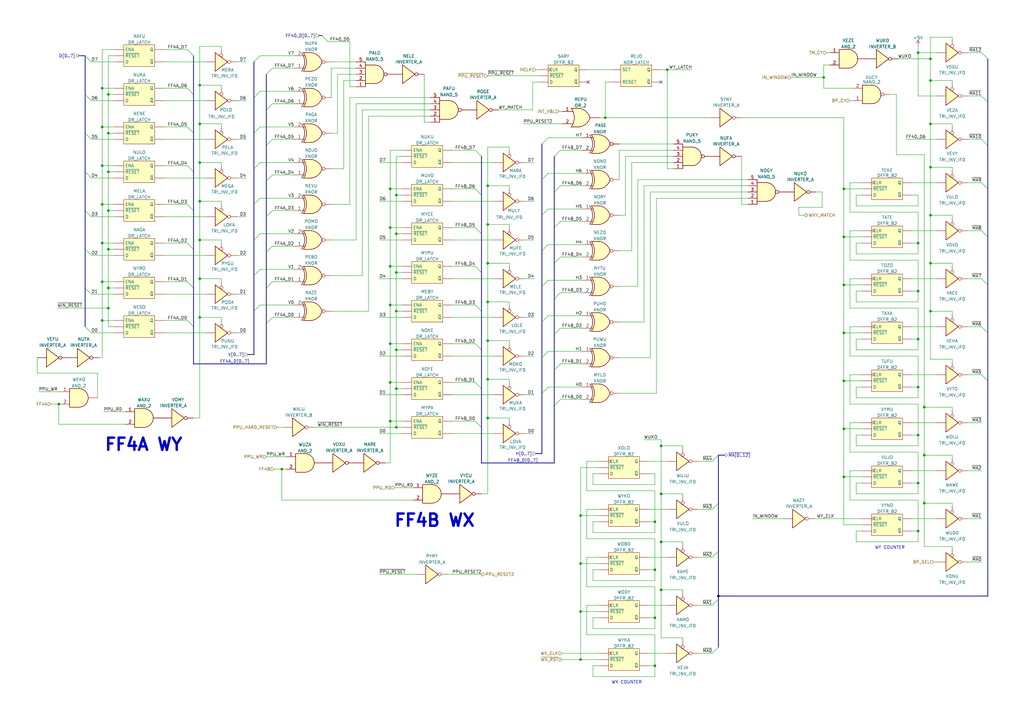
<source format=kicad_sch>
(kicad_sch (version 20211123) (generator eeschema)
  (paper "A3")
  (title_block (title "DMG-CPU B") (date "2023-02-06") (rev "0.4") (company "CC-BY-SA-4.0 Régis Galland & Michael Singer -- Derived work from Furrtek") (comment 1 "https://github.com/msinger/dmg-schematics"))
  (junction (at 24.13 165.735))
  (junction (at 376.555 21.59))
  (junction (at 381.635 88.265))
  (junction (at 238.125 231.14))
  (junction (at 248.285 48.26))
  (junction (at 44.45 118.11))
  (junction (at 346.075 195.58))
  (junction (at 44.45 102.235))
  (junction (at 162.56 175.26))
  (junction (at 160.02 125.095))
  (junction (at 200.025 76.2))
  (junction (at 160.02 109.22))
  (junction (at 41.91 83.82))
  (junction (at 44.45 86.36))
  (junction (at 346.075 156.21))
  (junction (at 381.635 50.8))
  (junction (at 81.915 98.425))
  (junction (at 238.125 270.51))
  (junction (at 160.02 172.72))
  (junction (at 271.145 202.565))
  (junction (at 268.605 253.365))
  (junction (at 162.56 95.885))
  (junction (at 376.555 198.12))
  (junction (at 238.125 250.825))
  (junction (at 346.075 77.47))
  (junction (at 346.075 175.895))
  (junction (at 200.025 139.7))
  (junction (at 41.91 99.695))
  (junction (at 200.025 171.45))
  (junction (at 41.91 36.195))
  (junction (at 44.45 126.365))
  (junction (at 337.82 31.75))
  (junction (at 81.915 66.675))
  (junction (at 346.075 116.84))
  (junction (at 81.915 50.8))
  (junction (at 271.145 222.25))
  (junction (at 381.635 24.13))
  (junction (at 200.025 155.575))
  (junction (at 81.915 34.925))
  (junction (at 162.56 111.76))
  (junction (at 160.02 156.845))
  (junction (at 160.02 77.47))
  (junction (at 200.025 107.95))
  (junction (at 41.91 115.57))
  (junction (at 376.555 139.065))
  (junction (at 376.555 217.805))
  (junction (at 381.635 68.58))
  (junction (at 273.685 28.575))
  (junction (at 162.56 80.01))
  (junction (at 160.02 93.345))
  (junction (at 200.025 123.825))
  (junction (at 41.91 67.945))
  (junction (at 81.915 130.175))
  (junction (at 268.605 273.05))
  (junction (at 44.45 38.735))
  (junction (at 376.555 99.695))
  (junction (at 346.075 136.525))
  (junction (at 346.075 97.155))
  (junction (at 271.145 182.88))
  (junction (at 81.915 114.3))
  (junction (at 44.45 70.485))
  (junction (at 160.02 140.97))
  (junction (at 44.45 54.61))
  (junction (at 41.91 52.07))
  (junction (at 268.605 213.995))
  (junction (at 379.095 206.375))
  (junction (at 162.56 159.385))
  (junction (at 81.915 82.55))
  (junction (at 200.025 92.075))
  (junction (at 238.125 211.455))
  (junction (at 376.555 158.75))
  (junction (at 162.56 127.635))
  (junction (at 379.095 186.69))
  (junction (at 294.64 244.475))
  (junction (at 268.605 233.68))
  (junction (at 41.91 131.445))
  (junction (at 376.555 119.38))
  (junction (at 381.635 107.95))
  (junction (at 379.095 167.005))
  (junction (at 381.635 127.635))
  (junction (at 271.145 241.935))
  (junction (at 381.635 33.02))
  (junction (at 376.555 178.435))
  (junction (at 115.57 192.405))
  (junction (at 162.56 143.51))
  (no_connect (at 241.3 33.655))
  (no_connect (at 271.145 33.655))
  (bus_entry (at 402.59 133.985) (size 2.54 2.54))
  (bus_entry (at 106.68 66.675) (size -2.54 2.54))
  (bus_entry (at 194.945 125.095) (size 2.54 2.54))
  (bus_entry (at 402.59 74.93) (size 2.54 2.54))
  (bus_entry (at 76.835 20.32) (size 2.54 2.54))
  (bus_entry (at 37.465 104.775) (size -2.54 -2.54))
  (bus_entry (at 37.465 73.025) (size -2.54 -2.54))
  (bus_entry (at 37.465 120.65) (size -2.54 -2.54))
  (bus_entry (at 37.465 41.275) (size -2.54 -2.54))
  (bus_entry (at 106.68 52.07) (size -2.54 2.54))
  (bus_entry (at 37.465 136.525) (size -2.54 -2.54))
  (bus_entry (at 224.79 129.54) (size -2.54 2.54))
  (bus_entry (at 76.835 99.695) (size 2.54 2.54))
  (bus_entry (at 194.945 140.97) (size 2.54 2.54))
  (bus_entry (at 224.79 71.12) (size -2.54 2.54))
  (bus_entry (at 194.945 77.47) (size 2.54 2.54))
  (bus_entry (at 76.835 52.07) (size 2.54 2.54))
  (bus_entry (at 37.465 25.4) (size -2.54 -2.54))
  (bus_entry (at 402.59 57.15) (size 2.54 2.54))
  (bus_entry (at 227.33 137.16) (size 2.54 -2.54))
  (bus_entry (at 194.945 156.845) (size 2.54 2.54))
  (bus_entry (at 402.59 94.615) (size 2.54 2.54))
  (bus_entry (at 227.33 151.765) (size 2.54 -2.54))
  (bus_entry (at 224.79 158.75) (size -2.54 2.54))
  (bus_entry (at 37.465 88.9) (size -2.54 -2.54))
  (bus_entry (at 106.68 81.28) (size -2.54 2.54))
  (bus_entry (at 194.945 109.22) (size 2.54 2.54))
  (bus_entry (at 194.945 61.595) (size 2.54 2.54))
  (bus_entry (at 224.79 114.935) (size -2.54 2.54))
  (bus_entry (at 109.22 74.295) (size 2.54 -2.54))
  (bus_entry (at 224.79 144.145) (size -2.54 2.54))
  (bus_entry (at 76.835 131.445) (size 2.54 2.54))
  (bus_entry (at 227.33 166.37) (size 2.54 -2.54))
  (bus_entry (at 227.33 122.555) (size 2.54 -2.54))
  (bus_entry (at 109.22 30.48) (size 2.54 -2.54))
  (bus_entry (at 109.22 59.69) (size 2.54 -2.54))
  (bus_entry (at 109.22 118.11) (size 2.54 -2.54))
  (bus_entry (at 109.22 88.9) (size 2.54 -2.54))
  (bus_entry (at 224.79 56.515) (size -2.54 2.54))
  (bus_entry (at 292.1 267.97) (size 2.54 -2.54))
  (bus_entry (at 106.68 125.095) (size -2.54 2.54))
  (bus_entry (at 227.33 93.345) (size 2.54 -2.54))
  (bus_entry (at 194.945 172.72) (size 2.54 2.54))
  (bus_entry (at 109.22 132.715) (size 2.54 -2.54))
  (bus_entry (at 292.1 189.23) (size 2.54 -2.54))
  (bus_entry (at 292.1 208.915) (size 2.54 -2.54))
  (bus_entry (at 292.1 228.6) (size 2.54 -2.54))
  (bus_entry (at 227.33 78.74) (size 2.54 -2.54))
  (bus_entry (at 402.59 21.59) (size 2.54 2.54))
  (bus_entry (at 402.59 153.67) (size 2.54 2.54))
  (bus_entry (at 227.33 107.95) (size 2.54 -2.54))
  (bus_entry (at 402.59 39.37) (size 2.54 2.54))
  (bus_entry (at 76.835 83.82) (size 2.54 2.54))
  (bus_entry (at 194.945 93.345) (size 2.54 2.54))
  (bus_entry (at 106.68 95.885) (size -2.54 2.54))
  (bus_entry (at 224.79 100.33) (size -2.54 2.54))
  (bus_entry (at 109.22 103.505) (size 2.54 -2.54))
  (bus_entry (at 224.79 85.725) (size -2.54 2.54))
  (bus_entry (at 109.22 45.085) (size 2.54 -2.54))
  (bus_entry (at 227.33 64.135) (size 2.54 -2.54))
  (bus_entry (at 37.465 57.15) (size -2.54 -2.54))
  (bus_entry (at 402.59 114.3) (size 2.54 2.54))
  (bus_entry (at 106.68 110.49) (size -2.54 2.54))
  (bus_entry (at 132.08 14.605) (size 2.54 2.54))
  (bus_entry (at 106.68 37.465) (size -2.54 2.54))
  (bus_entry (at 76.835 36.195) (size 2.54 2.54))
  (bus_entry (at 76.835 115.57) (size 2.54 2.54))
  (bus_entry (at 106.68 22.86) (size -2.54 2.54))
  (bus_entry (at 292.1 248.285) (size 2.54 -2.54))
  (bus_entry (at 76.835 67.945) (size 2.54 2.54))
  (wire (pts (xy 135.89 83.82) (xy 143.51 83.82)))
  (bus (pts (xy 294.64 245.745) (xy 294.64 244.475)))
  (bus (pts (xy 34.925 38.735) (xy 34.925 22.86)))
  (wire (pts (xy 155.575 66.675) (xy 165.1 66.675)))
  (wire (pts (xy 348.615 133.985) (xy 348.615 146.05)))
  (wire (pts (xy 106.68 22.86) (xy 120.65 22.86)))
  (wire (pts (xy 245.745 194.31) (xy 243.205 194.31)))
  (wire (pts (xy 97.155 57.15) (xy 100.965 57.15)))
  (wire (pts (xy 97.155 136.525) (xy 100.965 136.525)))
  (wire (pts (xy 351.155 158.75) (xy 353.695 158.75)))
  (wire (pts (xy 44.45 22.86) (xy 46.99 22.86)))
  (wire (pts (xy 240.665 228.6) (xy 245.745 228.6)))
  (bus (pts (xy 405.13 24.13) (xy 405.13 41.91)))
  (wire (pts (xy 160.02 61.595) (xy 165.1 61.595)))
  (wire (pts (xy 106.68 81.28) (xy 120.65 81.28)))
  (wire (pts (xy 286.385 267.97) (xy 292.1 267.97)))
  (wire (pts (xy 208.915 92.075) (xy 208.915 93.345)))
  (wire (pts (xy 396.875 193.04) (xy 402.59 193.04)))
  (wire (pts (xy 330.2 88.265) (xy 327.66 88.265)))
  (wire (pts (xy 268.605 253.365) (xy 266.065 253.365)))
  (wire (pts (xy 224.79 158.75) (xy 238.76 158.75)))
  (wire (pts (xy 44.45 22.86) (xy 44.45 38.735)))
  (wire (pts (xy 81.915 114.3) (xy 90.805 114.3)))
  (wire (pts (xy 160.02 140.97) (xy 165.1 140.97)))
  (wire (pts (xy 254 117.475) (xy 261.62 117.475)))
  (wire (pts (xy 346.075 136.525) (xy 346.075 156.21)))
  (bus (pts (xy 101.6 145.415) (xy 104.14 145.415)))
  (wire (pts (xy 135.89 25.4) (xy 146.05 25.4)))
  (wire (pts (xy 160.02 109.22) (xy 165.1 109.22)))
  (wire (pts (xy 379.095 167.005) (xy 379.095 186.69)))
  (wire (pts (xy 348.615 114.3) (xy 353.695 114.3)))
  (bus (pts (xy 104.14 69.215) (xy 104.14 83.82)))
  (wire (pts (xy 240.665 248.285) (xy 245.745 248.285)))
  (wire (pts (xy 162.56 143.51) (xy 162.56 159.385)))
  (wire (pts (xy 200.025 60.325) (xy 200.025 76.2)))
  (wire (pts (xy 259.08 102.87) (xy 259.08 66.675)))
  (bus (pts (xy 197.485 175.26) (xy 197.485 189.865)))
  (wire (pts (xy 160.02 189.865) (xy 160.02 172.72)))
  (wire (pts (xy 264.16 132.08) (xy 264.16 76.2)))
  (bus (pts (xy 104.14 83.82) (xy 104.14 98.425)))
  (wire (pts (xy 348.615 94.615) (xy 348.615 106.68)))
  (wire (pts (xy 106.68 110.49) (xy 120.65 110.49)))
  (wire (pts (xy 106.68 37.465) (xy 120.65 37.465)))
  (wire (pts (xy 106.68 125.095) (xy 120.65 125.095)))
  (wire (pts (xy 40.005 153.035) (xy 40.005 163.195)))
  (bus (pts (xy 197.485 111.76) (xy 197.485 127.635)))
  (wire (pts (xy 41.91 36.195) (xy 41.91 52.07)))
  (wire (pts (xy 243.205 213.995) (xy 245.745 213.995)))
  (wire (pts (xy 266.065 208.915) (xy 273.685 208.915)))
  (wire (pts (xy 81.915 19.05) (xy 90.805 19.05)))
  (wire (pts (xy 348.615 114.3) (xy 348.615 126.365)))
  (wire (pts (xy 230.505 267.97) (xy 245.745 267.97)))
  (wire (pts (xy 376.555 158.75) (xy 374.015 158.75)))
  (wire (pts (xy 224.79 56.515) (xy 238.76 56.515)))
  (wire (pts (xy 37.465 120.65) (xy 46.99 120.65)))
  (wire (pts (xy 238.125 191.77) (xy 238.125 211.455)))
  (wire (pts (xy 111.76 71.755) (xy 120.65 71.755)))
  (wire (pts (xy 280.035 203.835) (xy 280.035 202.565)))
  (wire (pts (xy 160.02 93.345) (xy 165.1 93.345)))
  (wire (pts (xy 143.51 40.005) (xy 176.53 40.005)))
  (wire (pts (xy 346.075 116.84) (xy 353.695 116.84)))
  (wire (pts (xy 245.745 189.23) (xy 240.665 189.23)))
  (wire (pts (xy 254 132.08) (xy 264.16 132.08)))
  (bus (pts (xy 222.25 161.29) (xy 222.25 186.055)))
  (wire (pts (xy 379.095 206.375) (xy 390.525 206.375)))
  (wire (pts (xy 146.05 98.425) (xy 146.05 42.545)))
  (wire (pts (xy 376.555 222.25) (xy 376.555 217.805)))
  (wire (pts (xy 376.555 123.825) (xy 376.555 119.38)))
  (wire (pts (xy 160.02 77.47) (xy 165.1 77.47)))
  (wire (pts (xy 346.075 175.895) (xy 353.695 175.895)))
  (wire (pts (xy 390.525 34.29) (xy 390.525 33.02)))
  (wire (pts (xy 286.385 189.23) (xy 292.1 189.23)))
  (wire (pts (xy 160.02 140.97) (xy 160.02 156.845)))
  (wire (pts (xy 81.915 82.55) (xy 81.915 98.425)))
  (wire (pts (xy 268.605 198.755) (xy 268.605 194.31)))
  (wire (pts (xy 44.45 70.485) (xy 46.99 70.485)))
  (wire (pts (xy 367.665 38.735) (xy 365.125 38.735)))
  (wire (pts (xy 67.31 136.525) (xy 84.455 136.525)))
  (wire (pts (xy 396.875 173.355) (xy 402.59 173.355)))
  (wire (pts (xy 348.615 205.105) (xy 376.555 205.105)))
  (wire (pts (xy 162.56 127.635) (xy 165.1 127.635)))
  (wire (pts (xy 268.605 260.35) (xy 268.605 273.05)))
  (bus (pts (xy 405.13 116.84) (xy 405.13 136.525)))
  (wire (pts (xy 238.125 250.825) (xy 238.125 270.51)))
  (wire (pts (xy 208.915 123.825) (xy 208.915 125.095)))
  (wire (pts (xy 348.615 41.275) (xy 349.885 41.275)))
  (wire (pts (xy 185.42 77.47) (xy 194.945 77.47)))
  (wire (pts (xy 41.91 83.82) (xy 46.99 83.82)))
  (bus (pts (xy 294.64 244.475) (xy 294.64 226.06)))
  (wire (pts (xy 353.695 217.805) (xy 351.155 217.805)))
  (wire (pts (xy 135.89 27.94) (xy 146.05 27.94)))
  (wire (pts (xy 243.205 198.755) (xy 268.605 198.755)))
  (wire (pts (xy 229.87 61.595) (xy 238.76 61.595)))
  (wire (pts (xy 396.875 114.3) (xy 402.59 114.3)))
  (wire (pts (xy 254 161.29) (xy 269.24 161.29)))
  (wire (pts (xy 271.145 202.565) (xy 271.145 222.25)))
  (wire (pts (xy 67.31 57.15) (xy 84.455 57.15)))
  (wire (pts (xy 81.915 98.425) (xy 81.915 114.3)))
  (wire (pts (xy 218.44 33.655) (xy 220.98 33.655)))
  (wire (pts (xy 200.025 76.2) (xy 208.915 76.2)))
  (wire (pts (xy 346.075 156.21) (xy 346.075 175.895)))
  (wire (pts (xy 381.635 88.265) (xy 381.635 107.95)))
  (wire (pts (xy 376.555 178.435) (xy 374.015 178.435)))
  (wire (pts (xy 351.155 178.435) (xy 353.695 178.435)))
  (wire (pts (xy 390.525 168.275) (xy 390.525 167.005)))
  (wire (pts (xy 41.91 83.82) (xy 41.91 99.695)))
  (wire (pts (xy 24.13 173.99) (xy 51.435 173.99)))
  (wire (pts (xy 112.395 192.405) (xy 115.57 192.405)))
  (wire (pts (xy 271.145 222.25) (xy 271.145 241.935)))
  (wire (pts (xy 384.175 39.37) (xy 376.555 39.37)))
  (wire (pts (xy 374.015 133.985) (xy 384.175 133.985)))
  (wire (pts (xy 37.465 88.9) (xy 46.99 88.9)))
  (wire (pts (xy 200.025 171.45) (xy 200.025 202.565)))
  (wire (pts (xy 185.42 177.8) (xy 202.565 177.8)))
  (wire (pts (xy 90.805 114.3) (xy 90.805 115.57)))
  (bus (pts (xy 79.375 118.11) (xy 79.375 133.985)))
  (wire (pts (xy 376.555 143.51) (xy 376.555 139.065)))
  (bus (pts (xy 109.22 88.9) (xy 109.22 103.505)))
  (wire (pts (xy 324.485 31.75) (xy 337.82 31.75)))
  (wire (pts (xy 266.065 228.6) (xy 273.685 228.6)))
  (wire (pts (xy 90.805 34.925) (xy 90.805 36.195)))
  (wire (pts (xy 97.155 25.4) (xy 100.965 25.4)))
  (wire (pts (xy 162.56 95.885) (xy 165.1 95.885)))
  (wire (pts (xy 268.605 233.68) (xy 266.065 233.68)))
  (wire (pts (xy 348.615 193.04) (xy 348.615 205.105)))
  (wire (pts (xy 218.44 45.085) (xy 204.47 45.085)))
  (bus (pts (xy 109.22 132.715) (xy 109.22 149.225)))
  (bus (pts (xy 34.925 133.985) (xy 34.925 118.11)))
  (wire (pts (xy 266.7 78.74) (xy 306.705 78.74)))
  (wire (pts (xy 135.89 54.61) (xy 138.43 54.61)))
  (wire (pts (xy 97.155 120.65) (xy 100.965 120.65)))
  (bus (pts (xy 227.33 93.345) (xy 227.33 107.95)))
  (wire (pts (xy 111.76 42.545) (xy 120.65 42.545)))
  (bus (pts (xy 222.25 146.685) (xy 222.25 161.29)))
  (wire (pts (xy 67.31 36.195) (xy 76.835 36.195)))
  (wire (pts (xy 81.915 114.3) (xy 81.915 130.175)))
  (wire (pts (xy 339.09 21.59) (xy 340.36 21.59)))
  (wire (pts (xy 106.68 52.07) (xy 120.65 52.07)))
  (wire (pts (xy 200.025 60.325) (xy 208.915 60.325)))
  (bus (pts (xy 294.64 226.06) (xy 294.64 206.375)))
  (wire (pts (xy 151.13 47.625) (xy 176.53 47.625)))
  (wire (pts (xy 185.42 125.095) (xy 194.945 125.095)))
  (bus (pts (xy 197.485 127.635) (xy 197.485 143.51)))
  (wire (pts (xy 151.13 47.625) (xy 151.13 127.635)))
  (wire (pts (xy 67.31 20.32) (xy 76.835 20.32)))
  (wire (pts (xy 269.24 161.29) (xy 269.24 81.28)))
  (wire (pts (xy 229.87 105.41) (xy 238.76 105.41)))
  (wire (pts (xy 351.155 143.51) (xy 376.555 143.51)))
  (wire (pts (xy 41.91 52.07) (xy 41.91 67.945)))
  (wire (pts (xy 200.025 123.825) (xy 208.915 123.825)))
  (wire (pts (xy 381.635 127.635) (xy 381.635 147.32)))
  (wire (pts (xy 269.24 81.28) (xy 306.705 81.28)))
  (bus (pts (xy 227.33 151.765) (xy 227.33 166.37)))
  (wire (pts (xy 348.615 74.93) (xy 353.695 74.93)))
  (wire (pts (xy 346.075 77.47) (xy 346.075 48.26)))
  (wire (pts (xy 390.525 88.265) (xy 381.635 88.265)))
  (wire (pts (xy 44.45 126.365) (xy 44.45 133.985)))
  (wire (pts (xy 128.905 175.26) (xy 162.56 175.26)))
  (wire (pts (xy 351.155 182.88) (xy 376.555 182.88)))
  (wire (pts (xy 268.605 277.495) (xy 268.605 273.05)))
  (wire (pts (xy 24.13 165.735) (xy 24.13 173.99)))
  (wire (pts (xy 261.62 73.66) (xy 261.62 117.475)))
  (wire (pts (xy 135.89 98.425) (xy 146.05 98.425)))
  (wire (pts (xy 346.075 136.525) (xy 353.695 136.525)))
  (wire (pts (xy 240.665 201.295) (xy 268.605 201.295)))
  (wire (pts (xy 200.025 155.575) (xy 208.915 155.575)))
  (wire (pts (xy 41.91 20.32) (xy 46.99 20.32)))
  (wire (pts (xy 390.525 127.635) (xy 381.635 127.635)))
  (bus (pts (xy 34.925 86.36) (xy 34.925 70.485)))
  (wire (pts (xy 280.035 182.88) (xy 271.145 182.88)))
  (wire (pts (xy 176.53 50.165) (xy 173.99 50.165)))
  (wire (pts (xy 160.02 172.72) (xy 165.1 172.72)))
  (wire (pts (xy 37.465 25.4) (xy 46.99 25.4)))
  (wire (pts (xy 97.155 41.275) (xy 100.965 41.275)))
  (wire (pts (xy 169.545 205.105) (xy 115.57 205.105)))
  (wire (pts (xy 376.555 205.105) (xy 376.555 217.805)))
  (bus (pts (xy 34.925 118.11) (xy 34.925 102.235)))
  (wire (pts (xy 160.02 156.845) (xy 165.1 156.845)))
  (bus (pts (xy 294.64 186.69) (xy 297.18 186.69)))
  (wire (pts (xy 348.615 173.355) (xy 353.695 173.355)))
  (wire (pts (xy 264.16 180.34) (xy 271.145 180.34)))
  (wire (pts (xy 200.025 171.45) (xy 208.915 171.45)))
  (wire (pts (xy 376.555 104.14) (xy 376.555 99.695)))
  (wire (pts (xy 243.205 194.31) (xy 243.205 198.755)))
  (wire (pts (xy 111.76 27.94) (xy 120.65 27.94)))
  (wire (pts (xy 224.79 144.145) (xy 238.76 144.145)))
  (wire (pts (xy 115.57 205.105) (xy 115.57 192.405)))
  (wire (pts (xy 67.31 41.275) (xy 84.455 41.275)))
  (wire (pts (xy 286.385 208.915) (xy 292.1 208.915)))
  (wire (pts (xy 185.42 93.345) (xy 194.945 93.345)))
  (bus (pts (xy 294.64 244.475) (xy 405.13 244.475)))
  (bus (pts (xy 222.25 88.265) (xy 222.25 102.87)))
  (wire (pts (xy 15.875 160.655) (xy 24.765 160.655)))
  (wire (pts (xy 259.08 66.675) (xy 276.225 66.675)))
  (wire (pts (xy 155.575 161.925) (xy 165.1 161.925)))
  (wire (pts (xy 367.665 63.5) (xy 367.665 38.735)))
  (wire (pts (xy 376.555 126.365) (xy 376.555 139.065)))
  (wire (pts (xy 346.075 116.84) (xy 346.075 136.525)))
  (wire (pts (xy 37.465 104.775) (xy 46.99 104.775)))
  (wire (pts (xy 41.91 67.945) (xy 41.91 83.82)))
  (wire (pts (xy 138.43 30.48) (xy 146.05 30.48)))
  (bus (pts (xy 227.33 78.74) (xy 227.33 93.345)))
  (bus (pts (xy 132.08 14.605) (xy 130.81 14.605)))
  (wire (pts (xy 224.79 129.54) (xy 238.76 129.54)))
  (wire (pts (xy 353.695 99.695) (xy 351.155 99.695)))
  (bus (pts (xy 222.25 117.475) (xy 222.25 132.08)))
  (wire (pts (xy 185.42 130.175) (xy 202.565 130.175)))
  (wire (pts (xy 15.24 146.685) (xy 15.24 153.035)))
  (wire (pts (xy 351.155 158.75) (xy 351.155 163.195)))
  (wire (pts (xy 81.915 50.8) (xy 81.915 66.675)))
  (bus (pts (xy 197.485 159.385) (xy 197.485 175.26)))
  (wire (pts (xy 200.025 107.95) (xy 208.915 107.95)))
  (wire (pts (xy 229.87 76.2) (xy 238.76 76.2)))
  (wire (pts (xy 348.615 74.93) (xy 348.615 86.995)))
  (wire (pts (xy 348.615 165.735) (xy 376.555 165.735)))
  (wire (pts (xy 379.095 224.155) (xy 390.525 224.155)))
  (wire (pts (xy 334.645 78.74) (xy 337.185 78.74)))
  (wire (pts (xy 243.205 218.44) (xy 268.605 218.44)))
  (wire (pts (xy 44.45 102.235) (xy 44.45 118.11)))
  (wire (pts (xy 208.915 76.2) (xy 208.915 77.47)))
  (wire (pts (xy 155.575 98.425) (xy 165.1 98.425)))
  (wire (pts (xy 37.465 73.025) (xy 46.99 73.025)))
  (wire (pts (xy 200.025 31.115) (xy 220.98 31.115)))
  (wire (pts (xy 368.3 24.13) (xy 381.635 24.13)))
  (wire (pts (xy 15.24 153.035) (xy 40.005 153.035)))
  (bus (pts (xy 34.925 22.86) (xy 32.385 22.86)))
  (wire (pts (xy 271.145 182.88) (xy 271.145 202.565)))
  (wire (pts (xy 41.91 99.695) (xy 46.99 99.695)))
  (wire (pts (xy 208.915 139.7) (xy 208.915 140.97)))
  (bus (pts (xy 109.22 74.295) (xy 109.22 88.9)))
  (wire (pts (xy 200.025 155.575) (xy 200.025 171.45)))
  (wire (pts (xy 337.82 31.75) (xy 337.82 26.67)))
  (wire (pts (xy 111.76 115.57) (xy 120.65 115.57)))
  (wire (pts (xy 353.695 198.12) (xy 351.155 198.12)))
  (wire (pts (xy 215.265 114.3) (xy 219.075 114.3)))
  (wire (pts (xy 41.91 20.32) (xy 41.91 36.195)))
  (wire (pts (xy 160.02 125.095) (xy 165.1 125.095)))
  (bus (pts (xy 79.375 38.735) (xy 79.375 54.61)))
  (wire (pts (xy 376.555 146.05) (xy 376.555 158.75)))
  (wire (pts (xy 44.45 70.485) (xy 44.45 86.36)))
  (wire (pts (xy 160.02 109.22) (xy 160.02 125.095)))
  (bus (pts (xy 79.375 70.485) (xy 79.375 86.36)))
  (wire (pts (xy 268.605 220.98) (xy 268.605 233.68)))
  (wire (pts (xy 173.99 50.165) (xy 173.99 30.48)))
  (wire (pts (xy 243.205 273.05) (xy 243.205 277.495)))
  (wire (pts (xy 162.56 95.885) (xy 162.56 111.76)))
  (wire (pts (xy 67.31 104.775) (xy 84.455 104.775)))
  (wire (pts (xy 20.955 165.735) (xy 24.13 165.735)))
  (wire (pts (xy 268.605 194.31) (xy 266.065 194.31)))
  (wire (pts (xy 67.31 67.945) (xy 76.835 67.945)))
  (wire (pts (xy 90.805 66.675) (xy 90.805 67.945)))
  (wire (pts (xy 185.42 66.675) (xy 202.565 66.675)))
  (bus (pts (xy 109.22 59.69) (xy 109.22 74.295)))
  (wire (pts (xy 229.87 149.225) (xy 238.76 149.225)))
  (wire (pts (xy 162.56 175.26) (xy 165.1 175.26)))
  (wire (pts (xy 240.665 248.285) (xy 240.665 260.35)))
  (wire (pts (xy 44.45 133.985) (xy 46.99 133.985)))
  (wire (pts (xy 155.575 146.05) (xy 165.1 146.05)))
  (wire (pts (xy 162.56 80.01) (xy 162.56 95.885)))
  (wire (pts (xy 266.065 267.97) (xy 273.685 267.97)))
  (wire (pts (xy 243.205 277.495) (xy 268.605 277.495)))
  (wire (pts (xy 44.45 54.61) (xy 44.45 70.485)))
  (wire (pts (xy 390.525 186.69) (xy 379.095 186.69)))
  (wire (pts (xy 215.265 146.05) (xy 219.075 146.05)))
  (wire (pts (xy 390.525 147.32) (xy 381.635 147.32)))
  (wire (pts (xy 185.42 161.925) (xy 202.565 161.925)))
  (wire (pts (xy 162.56 111.76) (xy 162.56 127.635)))
  (bus (pts (xy 109.22 45.085) (xy 109.22 59.69)))
  (bus (pts (xy 219.71 186.055) (xy 222.25 186.055)))
  (wire (pts (xy 353.695 119.38) (xy 351.155 119.38)))
  (wire (pts (xy 240.665 240.665) (xy 268.605 240.665)))
  (bus (pts (xy 109.22 30.48) (xy 109.22 45.085)))
  (wire (pts (xy 390.525 207.645) (xy 390.525 206.375)))
  (wire (pts (xy 346.075 97.155) (xy 346.075 116.84)))
  (wire (pts (xy 160.02 93.345) (xy 160.02 109.22)))
  (wire (pts (xy 148.59 45.085) (xy 176.53 45.085)))
  (wire (pts (xy 138.43 54.61) (xy 138.43 30.48)))
  (wire (pts (xy 351.155 163.195) (xy 376.555 163.195)))
  (bus (pts (xy 222.25 102.87) (xy 222.25 117.475)))
  (wire (pts (xy 374.015 193.04) (xy 384.175 193.04)))
  (wire (pts (xy 266.065 189.23) (xy 273.685 189.23)))
  (wire (pts (xy 81.915 98.425) (xy 90.805 98.425)))
  (wire (pts (xy 200.025 92.075) (xy 208.915 92.075)))
  (wire (pts (xy 90.805 19.05) (xy 90.805 20.32)))
  (wire (pts (xy 390.525 50.8) (xy 381.635 50.8)))
  (wire (pts (xy 97.155 88.9) (xy 100.965 88.9)))
  (wire (pts (xy 41.91 99.695) (xy 41.91 115.57)))
  (wire (pts (xy 160.02 77.47) (xy 160.02 93.345)))
  (wire (pts (xy 390.525 167.005) (xy 379.095 167.005)))
  (wire (pts (xy 381.635 15.24) (xy 381.635 24.13)))
  (wire (pts (xy 254 146.685) (xy 266.7 146.685)))
  (wire (pts (xy 348.615 185.42) (xy 376.555 185.42)))
  (wire (pts (xy 81.915 171.45) (xy 81.915 130.175)))
  (wire (pts (xy 81.915 34.925) (xy 81.915 50.8)))
  (wire (pts (xy 248.285 48.26) (xy 245.745 48.26)))
  (wire (pts (xy 396.875 74.93) (xy 402.59 74.93)))
  (wire (pts (xy 390.525 68.58) (xy 381.635 68.58)))
  (bus (pts (xy 197.485 143.51) (xy 197.485 159.385)))
  (bus (pts (xy 294.64 206.375) (xy 294.64 186.69)))
  (wire (pts (xy 243.205 233.68) (xy 245.745 233.68)))
  (wire (pts (xy 256.54 88.265) (xy 256.54 64.135)))
  (wire (pts (xy 208.915 171.45) (xy 208.915 172.72)))
  (wire (pts (xy 113.665 175.26) (xy 116.205 175.26)))
  (wire (pts (xy 390.525 128.905) (xy 390.525 127.635)))
  (wire (pts (xy 90.805 50.8) (xy 90.805 52.07)))
  (wire (pts (xy 346.075 97.155) (xy 353.695 97.155)))
  (bus (pts (xy 109.22 118.11) (xy 109.22 132.715)))
  (wire (pts (xy 346.075 175.895) (xy 346.075 195.58)))
  (wire (pts (xy 348.615 173.355) (xy 348.615 185.42)))
  (wire (pts (xy 351.155 178.435) (xy 351.155 182.88)))
  (wire (pts (xy 271.145 180.34) (xy 271.145 182.88)))
  (wire (pts (xy 396.875 39.37) (xy 402.59 39.37)))
  (bus (pts (xy 34.925 54.61) (xy 34.925 38.735)))
  (bus (pts (xy 79.375 149.225) (xy 109.22 149.225)))
  (wire (pts (xy 351.155 123.825) (xy 376.555 123.825)))
  (wire (pts (xy 382.905 230.505) (xy 384.175 230.505)))
  (bus (pts (xy 222.25 59.055) (xy 222.25 73.66)))
  (bus (pts (xy 109.22 103.505) (xy 109.22 118.11)))
  (wire (pts (xy 337.185 78.74) (xy 337.185 85.09)))
  (wire (pts (xy 374.015 74.93) (xy 384.175 74.93)))
  (wire (pts (xy 376.555 19.05) (xy 376.555 21.59)))
  (wire (pts (xy 243.205 233.68) (xy 243.205 238.125)))
  (bus (pts (xy 294.64 265.43) (xy 294.64 245.745)))
  (wire (pts (xy 143.51 40.005) (xy 143.51 83.82)))
  (wire (pts (xy 229.87 134.62) (xy 238.76 134.62)))
  (wire (pts (xy 208.915 107.95) (xy 208.915 109.22)))
  (bus (pts (xy 405.13 77.47) (xy 405.13 97.155)))
  (wire (pts (xy 218.44 33.655) (xy 218.44 45.085)))
  (wire (pts (xy 390.525 15.24) (xy 381.635 15.24)))
  (wire (pts (xy 306.705 83.82) (xy 304.165 83.82)))
  (wire (pts (xy 135.89 127.635) (xy 151.13 127.635)))
  (wire (pts (xy 41.91 36.195) (xy 46.99 36.195)))
  (wire (pts (xy 238.125 250.825) (xy 245.745 250.825)))
  (wire (pts (xy 268.605 257.81) (xy 268.605 253.365)))
  (wire (pts (xy 208.915 60.325) (xy 208.915 61.595)))
  (wire (pts (xy 90.805 82.55) (xy 90.805 83.82)))
  (wire (pts (xy 238.125 211.455) (xy 238.125 231.14)))
  (wire (pts (xy 155.575 235.585) (xy 170.815 235.585)))
  (wire (pts (xy 396.875 94.615) (xy 402.59 94.615)))
  (wire (pts (xy 390.525 52.07) (xy 390.525 50.8)))
  (wire (pts (xy 268.605 238.125) (xy 268.605 233.68)))
  (wire (pts (xy 348.615 94.615) (xy 353.695 94.615)))
  (wire (pts (xy 238.125 231.14) (xy 238.125 250.825)))
  (wire (pts (xy 346.075 195.58) (xy 346.075 215.265)))
  (wire (pts (xy 67.31 83.82) (xy 76.835 83.82)))
  (wire (pts (xy 238.125 231.14) (xy 245.745 231.14)))
  (wire (pts (xy 376.555 163.195) (xy 376.555 158.75)))
  (bus (pts (xy 104.14 113.03) (xy 104.14 127.635)))
  (bus (pts (xy 405.13 156.21) (xy 405.13 244.475)))
  (wire (pts (xy 390.525 89.535) (xy 390.525 88.265)))
  (wire (pts (xy 81.915 82.55) (xy 90.805 82.55)))
  (wire (pts (xy 67.31 120.65) (xy 84.455 120.65)))
  (wire (pts (xy 214.63 50.8) (xy 230.505 50.8)))
  (bus (pts (xy 79.375 22.86) (xy 79.375 38.735)))
  (wire (pts (xy 185.42 98.425) (xy 202.565 98.425)))
  (wire (pts (xy 268.605 201.295) (xy 268.605 213.995)))
  (wire (pts (xy 106.68 95.885) (xy 120.65 95.885)))
  (wire (pts (xy 376.555 185.42) (xy 376.555 198.12)))
  (wire (pts (xy 44.45 118.11) (xy 46.99 118.11)))
  (wire (pts (xy 348.615 153.67) (xy 348.615 165.735)))
  (wire (pts (xy 376.555 198.12) (xy 374.015 198.12)))
  (bus (pts (xy 79.375 102.235) (xy 79.375 118.11)))
  (wire (pts (xy 160.02 61.595) (xy 160.02 77.47)))
  (wire (pts (xy 376.555 39.37) (xy 376.555 21.59)))
  (bus (pts (xy 79.375 86.36) (xy 79.375 102.235)))
  (wire (pts (xy 229.87 90.805) (xy 238.76 90.805)))
  (wire (pts (xy 346.075 77.47) (xy 346.075 97.155)))
  (wire (pts (xy 381.635 107.95) (xy 381.635 127.635)))
  (wire (pts (xy 346.075 195.58) (xy 353.695 195.58)))
  (bus (pts (xy 227.33 122.555) (xy 227.33 137.16)))
  (wire (pts (xy 351.155 84.455) (xy 376.555 84.455)))
  (wire (pts (xy 240.665 260.35) (xy 268.605 260.35)))
  (wire (pts (xy 273.685 69.215) (xy 276.225 69.215)))
  (wire (pts (xy 155.575 82.55) (xy 165.1 82.55)))
  (wire (pts (xy 376.555 84.455) (xy 376.555 80.01)))
  (wire (pts (xy 374.015 114.3) (xy 384.175 114.3)))
  (wire (pts (xy 286.385 228.6) (xy 292.1 228.6)))
  (wire (pts (xy 243.205 213.995) (xy 243.205 218.44)))
  (wire (pts (xy 23.495 126.365) (xy 44.45 126.365)))
  (wire (pts (xy 224.79 114.935) (xy 238.76 114.935)))
  (wire (pts (xy 390.525 148.59) (xy 390.525 147.32)))
  (bus (pts (xy 227.33 107.95) (xy 227.33 122.555)))
  (wire (pts (xy 376.555 21.59) (xy 384.175 21.59)))
  (wire (pts (xy 374.015 173.355) (xy 384.175 173.355)))
  (bus (pts (xy 405.13 59.69) (xy 405.13 77.47)))
  (wire (pts (xy 337.185 85.09) (xy 327.66 85.09)))
  (wire (pts (xy 353.695 80.01) (xy 351.155 80.01)))
  (wire (pts (xy 396.875 230.505) (xy 402.59 230.505)))
  (wire (pts (xy 185.42 140.97) (xy 194.945 140.97)))
  (wire (pts (xy 346.075 215.265) (xy 353.695 215.265)))
  (wire (pts (xy 135.89 69.215) (xy 140.97 69.215)))
  (wire (pts (xy 248.285 33.655) (xy 250.825 33.655)))
  (wire (pts (xy 390.525 109.22) (xy 390.525 107.95)))
  (wire (pts (xy 111.76 57.15) (xy 120.65 57.15)))
  (wire (pts (xy 351.155 222.25) (xy 376.555 222.25)))
  (wire (pts (xy 81.915 34.925) (xy 90.805 34.925)))
  (wire (pts (xy 146.05 42.545) (xy 176.53 42.545)))
  (wire (pts (xy 280.035 262.89) (xy 280.035 261.62)))
  (wire (pts (xy 374.015 94.615) (xy 384.175 94.615)))
  (wire (pts (xy 158.115 189.865) (xy 160.02 189.865)))
  (wire (pts (xy 67.31 52.07) (xy 76.835 52.07)))
  (wire (pts (xy 390.525 33.02) (xy 381.635 33.02)))
  (wire (pts (xy 200.025 107.95) (xy 200.025 123.825)))
  (wire (pts (xy 390.525 225.425) (xy 390.525 224.155)))
  (wire (pts (xy 376.555 217.805) (xy 374.015 217.805)))
  (bus (pts (xy 222.25 73.66) (xy 222.25 88.265)))
  (wire (pts (xy 280.035 223.52) (xy 280.035 222.25)))
  (wire (pts (xy 90.805 98.425) (xy 90.805 99.695)))
  (wire (pts (xy 79.375 171.45) (xy 81.915 171.45)))
  (wire (pts (xy 44.45 38.735) (xy 44.45 54.61)))
  (wire (pts (xy 337.82 31.75) (xy 337.82 36.195)))
  (wire (pts (xy 44.45 102.235) (xy 46.99 102.235)))
  (wire (pts (xy 111.76 100.965) (xy 120.65 100.965)))
  (wire (pts (xy 97.155 104.775) (xy 100.965 104.775)))
  (wire (pts (xy 111.76 130.175) (xy 120.65 130.175)))
  (wire (pts (xy 376.555 202.565) (xy 376.555 198.12)))
  (wire (pts (xy 348.615 126.365) (xy 376.555 126.365)))
  (wire (pts (xy 248.285 48.26) (xy 291.465 48.26)))
  (wire (pts (xy 162.56 143.51) (xy 165.1 143.51)))
  (wire (pts (xy 376.555 99.695) (xy 374.015 99.695)))
  (wire (pts (xy 185.42 114.3) (xy 202.565 114.3)))
  (wire (pts (xy 197.485 202.565) (xy 200.025 202.565)))
  (wire (pts (xy 41.91 67.945) (xy 46.99 67.945)))
  (wire (pts (xy 185.42 172.72) (xy 194.945 172.72)))
  (wire (pts (xy 304.165 83.82) (xy 304.165 64.135)))
  (wire (pts (xy 351.155 202.565) (xy 376.555 202.565)))
  (wire (pts (xy 376.555 165.735) (xy 376.555 178.435)))
  (bus (pts (xy 405.13 41.91) (xy 405.13 59.69)))
  (wire (pts (xy 379.095 63.5) (xy 367.665 63.5)))
  (wire (pts (xy 42.545 168.91) (xy 51.435 168.91)))
  (wire (pts (xy 376.555 182.88) (xy 376.555 178.435)))
  (wire (pts (xy 268.605 213.995) (xy 266.065 213.995)))
  (wire (pts (xy 308.61 212.725) (xy 321.31 212.725)))
  (wire (pts (xy 81.915 66.675) (xy 90.805 66.675)))
  (bus (pts (xy 104.14 25.4) (xy 104.14 40.005)))
  (wire (pts (xy 348.615 86.995) (xy 376.555 86.995)))
  (wire (pts (xy 155.575 130.175) (xy 165.1 130.175)))
  (wire (pts (xy 346.075 156.21) (xy 353.695 156.21)))
  (wire (pts (xy 254 102.87) (xy 259.08 102.87)))
  (wire (pts (xy 215.265 98.425) (xy 219.075 98.425)))
  (wire (pts (xy 266.065 248.285) (xy 273.685 248.285)))
  (wire (pts (xy 143.51 35.56) (xy 146.05 35.56)))
  (wire (pts (xy 376.555 119.38) (xy 374.015 119.38)))
  (wire (pts (xy 90.805 130.175) (xy 90.805 131.445)))
  (wire (pts (xy 266.7 146.685) (xy 266.7 78.74)))
  (wire (pts (xy 238.125 191.77) (xy 245.745 191.77)))
  (wire (pts (xy 140.97 69.215) (xy 140.97 33.02)))
  (wire (pts (xy 376.555 80.01) (xy 374.015 80.01)))
  (wire (pts (xy 268.605 273.05) (xy 266.065 273.05)))
  (wire (pts (xy 200.025 139.7) (xy 200.025 155.575)))
  (wire (pts (xy 185.42 61.595) (xy 194.945 61.595)))
  (wire (pts (xy 162.56 64.135) (xy 162.56 80.01)))
  (wire (pts (xy 230.505 270.51) (xy 238.125 270.51)))
  (wire (pts (xy 271.145 261.62) (xy 280.035 261.62)))
  (wire (pts (xy 243.205 238.125) (xy 268.605 238.125)))
  (wire (pts (xy 390.525 187.96) (xy 390.525 186.69)))
  (wire (pts (xy 200.025 123.825) (xy 200.025 139.7)))
  (wire (pts (xy 240.665 220.98) (xy 268.605 220.98)))
  (wire (pts (xy 351.155 217.805) (xy 351.155 222.25)))
  (wire (pts (xy 162.56 127.635) (xy 162.56 143.51)))
  (wire (pts (xy 143.51 17.145) (xy 143.51 35.56)))
  (wire (pts (xy 240.665 208.915) (xy 240.665 220.98)))
  (wire (pts (xy 67.31 73.025) (xy 84.455 73.025)))
  (wire (pts (xy 37.465 136.525) (xy 46.99 136.525)))
  (wire (pts (xy 268.605 218.44) (xy 268.605 213.995)))
  (wire (pts (xy 254 61.595) (xy 276.225 61.595)))
  (wire (pts (xy 215.265 82.55) (xy 219.075 82.55)))
  (wire (pts (xy 351.155 119.38) (xy 351.155 123.825)))
  (wire (pts (xy 215.265 177.8) (xy 219.075 177.8)))
  (bus (pts (xy 79.375 133.985) (xy 79.375 149.225)))
  (bus (pts (xy 227.33 137.16) (xy 227.33 151.765)))
  (wire (pts (xy 379.095 63.5) (xy 379.095 167.005)))
  (bus (pts (xy 227.33 64.135) (xy 227.33 78.74)))
  (wire (pts (xy 348.615 193.04) (xy 353.695 193.04)))
  (wire (pts (xy 185.42 109.22) (xy 194.945 109.22)))
  (wire (pts (xy 396.875 133.985) (xy 402.59 133.985)))
  (wire (pts (xy 135.89 113.03) (xy 148.59 113.03)))
  (wire (pts (xy 240.665 228.6) (xy 240.665 240.665)))
  (wire (pts (xy 41.91 146.685) (xy 41.91 131.445)))
  (wire (pts (xy 376.555 86.995) (xy 376.555 99.695)))
  (wire (pts (xy 254 73.66) (xy 254 61.595)))
  (wire (pts (xy 224.79 100.33) (xy 238.76 100.33)))
  (wire (pts (xy 200.025 92.075) (xy 200.025 76.2)))
  (wire (pts (xy 162.56 159.385) (xy 165.1 159.385)))
  (wire (pts (xy 67.31 115.57) (xy 76.835 115.57)))
  (bus (pts (xy 222.25 132.08) (xy 222.25 146.685)))
  (wire (pts (xy 24.13 165.735) (xy 24.765 165.735)))
  (wire (pts (xy 264.16 76.2) (xy 306.705 76.2)))
  (wire (pts (xy 81.915 130.175) (xy 90.805 130.175)))
  (bus (pts (xy 405.13 116.84) (xy 405.13 97.155)))
  (wire (pts (xy 390.525 16.51) (xy 390.525 15.24)))
  (wire (pts (xy 200.025 139.7) (xy 208.915 139.7)))
  (wire (pts (xy 238.125 270.51) (xy 245.745 270.51)))
  (wire (pts (xy 208.915 155.575) (xy 208.915 156.845)))
  (wire (pts (xy 67.31 131.445) (xy 76.835 131.445)))
  (wire (pts (xy 351.155 139.065) (xy 351.155 143.51)))
  (wire (pts (xy 271.145 28.575) (xy 273.685 28.575)))
  (bus (pts (xy 197.485 95.885) (xy 197.485 111.76)))
  (wire (pts (xy 254 59.055) (xy 276.225 59.055)))
  (wire (pts (xy 162.56 159.385) (xy 162.56 175.26)))
  (wire (pts (xy 106.68 66.675) (xy 120.65 66.675)))
  (bus (pts (xy 104.14 98.425) (xy 104.14 113.03)))
  (wire (pts (xy 135.89 40.005) (xy 135.89 27.94)))
  (wire (pts (xy 245.745 253.365) (xy 243.205 253.365)))
  (wire (pts (xy 240.665 189.23) (xy 240.665 201.295)))
  (wire (pts (xy 280.035 222.25) (xy 271.145 222.25)))
  (wire (pts (xy 67.31 25.4) (xy 84.455 25.4)))
  (wire (pts (xy 371.475 57.15) (xy 384.175 57.15)))
  (wire (pts (xy 286.385 248.285) (xy 292.1 248.285)))
  (wire (pts (xy 351.155 104.14) (xy 376.555 104.14)))
  (wire (pts (xy 351.155 80.01) (xy 351.155 84.455)))
  (wire (pts (xy 268.605 240.665) (xy 268.605 253.365)))
  (wire (pts (xy 183.515 235.585) (xy 197.485 235.585)))
  (wire (pts (xy 340.36 26.67) (xy 337.82 26.67)))
  (wire (pts (xy 229.235 45.72) (xy 230.505 45.72)))
  (wire (pts (xy 346.075 48.26) (xy 304.165 48.26)))
  (wire (pts (xy 271.145 241.935) (xy 271.145 261.62)))
  (wire (pts (xy 44.45 38.735) (xy 46.99 38.735)))
  (bus (pts (xy 104.14 54.61) (xy 104.14 69.215)))
  (wire (pts (xy 37.465 57.15) (xy 46.99 57.15)))
  (wire (pts (xy 41.91 52.07) (xy 46.99 52.07)))
  (wire (pts (xy 41.91 115.57) (xy 46.99 115.57)))
  (wire (pts (xy 134.62 17.145) (xy 143.51 17.145)))
  (wire (pts (xy 379.095 186.69) (xy 379.095 206.375)))
  (wire (pts (xy 160.02 156.845) (xy 160.02 172.72)))
  (wire (pts (xy 41.91 131.445) (xy 46.99 131.445)))
  (wire (pts (xy 327.66 88.265) (xy 327.66 85.09)))
  (bus (pts (xy 34.925 102.235) (xy 34.925 86.36)))
  (wire (pts (xy 41.91 115.57) (xy 41.91 131.445)))
  (wire (pts (xy 229.87 163.83) (xy 238.76 163.83)))
  (wire (pts (xy 337.82 36.195) (xy 349.885 36.195)))
  (wire (pts (xy 348.615 146.05) (xy 376.555 146.05)))
  (wire (pts (xy 280.035 243.205) (xy 280.035 241.935)))
  (wire (pts (xy 40.64 146.685) (xy 41.91 146.685)))
  (wire (pts (xy 396.875 57.15) (xy 402.59 57.15)))
  (wire (pts (xy 374.015 153.67) (xy 384.175 153.67)))
  (wire (pts (xy 381.635 24.13) (xy 381.635 33.02)))
  (wire (pts (xy 155.575 177.8) (xy 165.1 177.8)))
  (wire (pts (xy 351.155 99.695) (xy 351.155 104.14)))
  (wire (pts (xy 379.095 206.375) (xy 379.095 224.155)))
  (wire (pts (xy 111.76 86.36) (xy 120.65 86.36)))
  (wire (pts (xy 376.555 106.68) (xy 376.555 119.38)))
  (wire (pts (xy 81.915 66.675) (xy 81.915 82.55)))
  (wire (pts (xy 256.54 64.135) (xy 276.225 64.135)))
  (wire (pts (xy 185.42 156.845) (xy 194.945 156.845)))
  (wire (pts (xy 160.02 125.095) (xy 160.02 140.97)))
  (wire (pts (xy 353.695 139.065) (xy 351.155 139.065)))
  (wire (pts (xy 280.035 184.15) (xy 280.035 182.88)))
  (wire (pts (xy 351.155 198.12) (xy 351.155 202.565)))
  (wire (pts (xy 185.42 146.05) (xy 202.565 146.05)))
  (wire (pts (xy 155.575 114.3) (xy 165.1 114.3)))
  (wire (pts (xy 280.035 241.935) (xy 271.145 241.935)))
  (wire (pts (xy 44.45 118.11) (xy 44.45 126.365)))
  (wire (pts (xy 67.31 88.9) (xy 84.455 88.9)))
  (bus (pts (xy 405.13 136.525) (xy 405.13 156.21)))
  (wire (pts (xy 348.615 106.68) (xy 376.555 106.68)))
  (wire (pts (xy 348.615 153.67) (xy 353.695 153.67)))
  (wire (pts (xy 273.685 69.215) (xy 273.685 28.575)))
  (wire (pts (xy 148.59 113.03) (xy 148.59 45.085)))
  (wire (pts (xy 44.45 86.36) (xy 46.99 86.36)))
  (wire (pts (xy 229.87 120.015) (xy 238.76 120.015)))
  (wire (pts (xy 273.685 28.575) (xy 283.845 28.575)))
  (wire (pts (xy 243.205 253.365) (xy 243.205 257.81)))
  (wire (pts (xy 390.525 107.95) (xy 381.635 107.95)))
  (wire (pts (xy 81.915 19.05) (xy 81.915 34.925)))
  (wire (pts (xy 280.035 202.565) (xy 271.145 202.565)))
  (wire (pts (xy 245.745 273.05) (xy 243.205 273.05)))
  (wire (pts (xy 241.3 28.575) (xy 250.825 28.575)))
  (bus (pts (xy 34.925 70.485) (xy 34.925 54.61)))
  (wire (pts (xy 44.45 86.36) (xy 44.45 102.235)))
  (wire (pts (xy 224.79 71.12) (xy 238.76 71.12)))
  (wire (pts (xy 162.56 64.135) (xy 165.1 64.135)))
  (wire (pts (xy 376.555 139.065) (xy 374.015 139.065)))
  (bus (pts (xy 104.14 127.635) (xy 104.14 145.415)))
  (wire (pts (xy 261.62 73.66) (xy 306.705 73.66)))
  (wire (pts (xy 215.265 130.175) (xy 219.075 130.175)))
  (wire (pts (xy 396.875 153.67) (xy 402.59 153.67)))
  (wire (pts (xy 81.915 50.8) (xy 90.805 50.8)))
  (bus (pts (xy 227.33 189.865) (xy 197.485 189.865)))
  (wire (pts (xy 215.265 161.925) (xy 219.075 161.925)))
  (wire (pts (xy 224.79 85.725) (xy 238.76 85.725)))
  (wire (pts (xy 254 88.265) (xy 256.54 88.265)))
  (wire (pts (xy 238.125 211.455) (xy 245.745 211.455)))
  (wire (pts (xy 140.97 33.02) (xy 146.05 33.02)))
  (bus (pts (xy 79.375 54.61) (xy 79.375 70.485)))
  (wire (pts (xy 381.635 68.58) (xy 381.635 88.265)))
  (wire (pts (xy 109.22 187.325) (xy 117.475 187.325)))
  (wire (pts (xy 248.285 48.26) (xy 248.285 33.655)))
  (wire (pts (xy 200.025 92.075) (xy 200.025 107.95)))
  (wire (pts (xy 243.205 257.81) (xy 268.605 257.81)))
  (wire (pts (xy 37.465 41.275) (xy 46.99 41.275)))
  (wire (pts (xy 353.695 133.985) (xy 348.615 133.985)))
  (wire (pts (xy 381.635 50.8) (xy 381.635 68.58)))
  (wire (pts (xy 97.155 73.025) (xy 100.965 73.025)))
  (bus (pts (xy 197.485 80.01) (xy 197.485 95.885)))
  (wire (pts (xy 44.45 54.61) (xy 46.99 54.61)))
  (bus (pts (xy 104.14 40.005) (xy 104.14 54.61)))
  (wire (pts (xy 220.98 28.575) (xy 219.71 28.575)))
  (bus (pts (xy 227.33 166.37) (xy 227.33 189.865)))
  (wire (pts (xy 381.635 33.02) (xy 381.635 50.8)))
  (bus (pts (xy 197.485 64.135) (xy 197.485 80.01)))
  (wire (pts (xy 396.875 21.59) (xy 402.59 21.59)))
  (wire (pts (xy 374.015 212.725) (xy 384.175 212.725)))
  (wire (pts (xy 240.665 208.915) (xy 245.745 208.915)))
  (wire (pts (xy 396.875 212.725) (xy 402.59 212.725)))
  (wire (pts (xy 161.925 200.025) (xy 169.545 200.025)))
  (wire (pts (xy 162.56 80.01) (xy 165.1 80.01)))
  (wire (pts (xy 185.42 82.55) (xy 202.565 82.55)))
  (wire (pts (xy 67.31 99.695) (xy 76.835 99.695)))
  (wire (pts (xy 162.56 111.76) (xy 165.1 111.76)))
  (wire (pts (xy 353.695 212.725) (xy 334.01 212.725)))
  (wire (pts (xy 346.075 77.47) (xy 353.695 77.47)))
  (wire (pts (xy 215.265 66.675) (xy 219.075 66.675)))
  (wire (pts (xy 390.525 69.85) (xy 390.525 68.58)))
  (wire (pts (xy 115.57 192.405) (xy 117.475 192.405)))
  (text "WX COUNTER" (at 250.825 280.67 0) (effects (font (size 1.27 1.27)) (justify left bottom)))
  (text "FF4B WX\n" (at 161.29 216.535 0) (effects (font (size 5 5) (thickness 1) bold) (justify left bottom)))
  (text "WY COUNTER" (at 358.775 225.425 0) (effects (font (size 1.27 1.27)) (justify left bottom)))
  (text "FF4A WY" (at 42.545 185.42 0) (effects (font (size 5 5) (thickness 1) bold) (justify left bottom)))
  (label "FF4A_D0" (at 76.835 131.445 180))
  (label "~{MA11}" (at 402.59 39.37 180))
  (label "D3" (at 37.465 88.9 0))
  (label "FF4B_D2" (at 194.945 140.97 180))
  (label "D1" (at 219.075 161.925 180))
  (label "~{MA2}" (at 292.1 228.6 180))
  (label "FF4B_D7" (at 194.945 61.595 180))
  (label "FF4B_D0" (at 194.945 172.72 180))
  (label "D7" (at 100.965 25.4 180))
  (label "V3" (at 120.65 81.28 180))
  (label "H4" (at 238.76 100.33 180))
  (label "D4" (at 219.075 114.3 180))
  (label "H5" (at 238.76 85.725 180))
  (label "V6" (at 120.65 37.465 180))
  (label "~{MA5}" (at 402.59 153.67 180))
  (label "D2" (at 100.965 104.775 180))
  (label "FF4A_D6" (at 120.65 42.545 180))
  (label "FF4A_D5" (at 76.835 52.07 180))
  (label "D1" (at 37.465 120.65 0))
  (label "PPU_WR" (at 15.875 160.655 0))
  (label "IN_WINDOW" (at 308.61 212.725 0))
  (label "H1" (at 238.76 144.145 180))
  (label "~{MA6}" (at 402.59 133.985 180))
  (label "PPU_RD" (at 161.925 200.025 0))
  (label "FF4B_D6" (at 194.945 77.47 180))
  (label "D0" (at 219.075 177.8 180))
  (label "WUKO" (at 264.16 180.34 0))
  (label "D3" (at 219.075 130.175 180))
  (label "D0" (at 100.965 136.525 180))
  (label "FF4A_D1" (at 120.65 115.57 180))
  (label "~{MA4}" (at 292.1 189.23 180))
  (label "WY_LATCH" (at 283.845 28.575 180))
  (label "~{MA1}" (at 402.59 212.725 180))
  (label "V2" (at 120.65 95.885 180))
  (label "H0" (at 238.76 158.75 180))
  (label "FF4A_D0" (at 120.65 130.175 180))
  (label "PPU_RD" (at 42.545 168.91 0))
  (label "FF4B_D4" (at 238.76 105.41 180))
  (label "FF4A_D3" (at 76.835 83.82 180))
  (label "~{MA3}" (at 402.59 173.355 180))
  (label "PPU_RESET2" (at 197.485 235.585 180))
  (label "~{MA9}" (at 402.59 74.93 180))
  (label "D5" (at 155.575 98.425 0))
  (label "D7" (at 155.575 66.675 0))
  (label "FF4A_D[0..7]" (at 90.17 149.225 0))
  (label "~{MA0}" (at 402.59 230.505 180))
  (label "D0" (at 155.575 177.8 0))
  (label "FF4B_D0" (at 238.76 163.83 180))
  (label "~{WIN_RESET}" (at 23.495 126.365 0))
  (label "FF4B_D4" (at 194.945 109.22 180))
  (label "FF4B_D5" (at 194.945 93.345 180))
  (label "~{MA10}" (at 402.59 57.15 180))
  (label "D7" (at 219.075 66.675 180))
  (label "~{MA3}" (at 292.1 208.915 180))
  (label "H3" (at 238.76 114.935 180))
  (label "D6" (at 155.575 82.55 0))
  (label "~{MA1}" (at 292.1 248.285 180))
  (label "V0" (at 120.65 125.095 180))
  (label "FF4B_D7" (at 238.76 61.595 180))
  (label "FF4B_D[0..7]" (at 208.28 189.865 0))
  (label "FF4A_D4" (at 120.65 71.755 180))
  (label "V1" (at 120.65 110.49 180))
  (label "WUKO" (at 368.3 24.13 0))
  (label "D4" (at 37.465 73.025 0))
  (label "~{MA8}" (at 402.59 94.615 180))
  (label "~{MA0}" (at 292.1 267.97 180))
  (label "FF4A_D2" (at 120.65 100.965 180))
  (label "FF4B_D3" (at 238.76 120.015 180))
  (label "V7" (at 120.65 22.86 180))
  (label "D1" (at 155.575 161.925 0))
  (label "~{MA12}" (at 402.59 21.59 180))
  (label "D4" (at 100.965 73.025 180))
  (label "D5" (at 100.965 57.15 180))
  (label "FF4A_D3" (at 120.65 86.36 180))
  (label "FF4B_D1" (at 194.945 156.845 180))
  (label "FF40_D6" (at 371.475 57.15 0))
  (label "FF4A_D1" (at 76.835 115.57 180))
  (label "FF4B_D3" (at 194.945 125.095 180))
  (label "D2" (at 155.575 146.05 0))
  (label "~{MA7}" (at 402.59 114.3 180))
  (label "D0" (at 37.465 136.525 0))
  (label "D6" (at 219.075 82.55 180))
  (label "FF4B_D6" (at 238.76 76.2 180))
  (label "IN_WINDOW" (at 324.485 31.75 0))
  (label "D5" (at 37.465 57.15 0))
  (label "FF40_D5" (at 143.51 17.145 180))
  (label "D2" (at 219.075 146.05 180))
  (label "H7" (at 238.76 56.515 180))
  (label "D5" (at 219.075 98.425 180))
  (label "WY_CLK" (at 342.265 212.725 180))
  (label "H2" (at 238.76 129.54 180))
  (label "FF4A_D2" (at 76.835 99.695 180))
  (label "V4" (at 120.65 66.675 180))
  (label "FF4A_D4" (at 76.835 67.945 180))
  (label "D1" (at 100.965 120.65 180))
  (label "H6" (at 238.76 71.12 180))
  (label "D6" (at 100.965 41.275 180))
  (label "~{WIN_RESET}" (at 130.175 175.26 0))
  (label "D4" (at 155.575 114.3 0))
  (label "~{MA2}" (at 402.59 193.04 180))
  (label "FF4A_D5" (at 120.65 57.15 180))
  (label "FF4B_D1" (at 238.76 149.225 180))
  (label "D2" (at 37.465 104.775 0))
  (label "FF4B_D2" (at 238.76 134.62 180))
  (label "PPU_WR" (at 109.22 187.325 0))
  (label "D3" (at 100.965 88.9 180))
  (label "FF4A_D7" (at 120.65 27.94 180))
  (label "FF4A_D6" (at 76.835 36.195 180))
  (label "V5" (at 120.65 52.07 180))
  (label "WY_MATCH" (at 204.47 45.085 0))
  (label "FF4A_D7" (at 76.835 20.32 180))
  (label "~{PPU_RESET}" (at 200.025 31.115 0))
  (label "FF4B_D5" (at 238.76 90.805 180))
  (label "D6" (at 37.465 41.275 0))
  (label "~{PPU_RESET}" (at 155.575 235.585 0))
  (label "PPU_RESET2" (at 214.63 50.8 0))
  (label "D7" (at 37.465 25.4 0))
  (label "D3" (at 155.575 130.175 0))
  (hierarchical_label "PPU_RD" (shape input) (at 161.925 200.025 180))
  (hierarchical_label "WX_CLK" (shape input) (at 230.505 267.97 180))
  (hierarchical_label "INT_VBL" (shape input) (at 229.235 45.72 180))
  (hierarchical_label "PPU_RESET2" (shape output) (at 197.485 235.585 0))
  (hierarchical_label "IN_WINDOW" (shape input) (at 324.485 31.75 180))
  (hierarchical_label "H[0..7]" (shape input) (at 219.71 186.055 180))
  (hierarchical_label "FF40_D[0..7]" (shape input) (at 130.81 14.605 180))
  (hierarchical_label "PPU_HARD_RESET" (shape input) (at 113.665 175.26 180))
  (hierarchical_label "FF4B" (shape input) (at 112.395 192.405 180))
  (hierarchical_label "~{PPU_RESET}" (shape input) (at 200.025 31.115 180))
  (hierarchical_label "BP_CY" (shape input) (at 348.615 41.275 180))
  (hierarchical_label "~{WX_RST}" (shape input) (at 230.505 270.51 180))
  (hierarchical_label "D[0..7]" (shape bidirectional) (at 32.385 22.86 180))
  (hierarchical_label "~{MA[0..12]}" (shape tri_state) (at 297.18 186.69 0))
  (hierarchical_label "FF4A" (shape input) (at 20.955 165.735 180))
  (hierarchical_label "BP_SEL" (shape input) (at 382.905 230.505 180))
  (hierarchical_label "PPU_WR" (shape input) (at 109.22 187.325 180))
  (hierarchical_label "HCLK" (shape input) (at 219.71 28.575 180))
  (hierarchical_label "TM_CY" (shape input) (at 339.09 21.59 180))
  (hierarchical_label "V[0..7]" (shape input) (at 101.6 145.415 180))
  (hierarchical_label "WXY_MATCH" (shape output) (at 330.2 88.265 0))
  (symbol (lib_id "DMG_CPU_Cells:TRI_INV_IF0") (at 390.525 173.355 0) (unit 1)
    (property "Reference" "WOLU" (at 390.525 179.1954 0))
    (property "Value" "TRI_INV_IF0" (at 390.525 181.7323 0))
    (property "Datasheet" "http://iceboy.a-singer.de/doc/dmg_cells.html#tri_inv_if0" (effects hide))
  )
  (symbol (lib_id "DMG_CPU_Cells:DR_LATCH") (at 175.26 111.76 0) (unit 1)
    (property "Reference" "MYPU" (at 175.26 103.7422 0))
    (property "Value" "DR_LATCH" (at 175.26 106.2791 0))
    (property "Datasheet" "http://iceboy.a-singer.de/doc/dmg_cells.html#drlatch" (effects hide))
  )
  (symbol (lib_id "DMG_CPU_Cells:DR_LATCH") (at 57.15 70.485 0) (unit 1)
    (property "Reference" "NULO" (at 57.15 62.4672 0))
    (property "Value" "DR_LATCH" (at 57.15 65.0041 0))
    (property "Datasheet" "http://iceboy.a-singer.de/doc/dmg_cells.html#drlatch" (effects hide))
  )
  (symbol (lib_id "DMG_CPU_Cells:TRI_INV_IF0") (at 208.915 161.925 0) (unit 1)
    (property "Reference" "MUKA" (at 211.455 165.227 0))
    (property "Value" "TRI_INV_IF0" (at 210.185 167.64 0))
    (property "Datasheet" "http://iceboy.a-singer.de/doc/dmg_cells.html#tri_inv_if0" (effects hide))
  )
  (symbol (lib_id "DMG_CPU_Cells:TRI_INV_IF0") (at 280.035 189.23 0) (unit 1)
    (property "Reference" "WUJU" (at 280.035 195.0704 0))
    (property "Value" "TRI_INV_IF0" (at 280.035 197.6073 0))
    (property "Datasheet" "http://iceboy.a-singer.de/doc/dmg_cells.html#tri_inv_if0" (effects hide))
  )
  (symbol (lib_id "DMG_CPU_Cells:DFFR_B2") (at 363.855 215.265 0) (unit 1)
    (property "Reference" "VYNO" (at 363.855 207.2472 0))
    (property "Value" "DFFR_B2" (at 363.855 209.7841 0))
    (property "Datasheet" "http://iceboy.a-singer.de/doc/dmg_cells.html#dffr_b2" (effects hide))
  )
  (symbol (lib_id "DMG_CPU_Cells:TRI_INV_IF0") (at 208.915 177.8 0) (unit 1)
    (property "Reference" "LOVA" (at 211.455 181.102 0))
    (property "Value" "TRI_INV_IF0" (at 210.185 183.515 0))
    (property "Datasheet" "http://iceboy.a-singer.de/doc/dmg_cells.html#tri_inv_if0" (effects hide))
  )
  (symbol (lib_id "DMG_CPU_Cells:TRI_INV_IF0") (at 208.915 66.675 0) (unit 1)
    (property "Reference" "MARA" (at 211.455 69.977 0))
    (property "Value" "TRI_INV_IF0" (at 210.185 72.39 0))
    (property "Datasheet" "http://iceboy.a-singer.de/doc/dmg_cells.html#tri_inv_if0" (effects hide))
  )
  (symbol (lib_id "DMG_CPU_Cells:TRI_INV_IF0") (at 90.805 57.15 0) (unit 1)
    (property "Reference" "PELA" (at 93.345 60.452 0))
    (property "Value" "TRI_INV_IF0" (at 92.075 62.865 0))
    (property "Datasheet" "http://iceboy.a-singer.de/doc/dmg_cells.html#tri_inv_if0" (effects hide))
  )
  (symbol (lib_id "DMG_CPU_Cells:TRI_INV_IF0") (at 90.805 120.65 0) (unit 1)
    (property "Reference" "PODA" (at 93.345 123.952 0))
    (property "Value" "TRI_INV_IF0" (at 92.075 126.365 0))
    (property "Datasheet" "http://iceboy.a-singer.de/doc/dmg_cells.html#tri_inv_if0" (effects hide))
  )
  (symbol (lib_id "DMG_CPU_Cells:DFFR_B2") (at 231.14 31.115 0) (unit 1)
    (property "Reference" "SARY" (at 231.14 23.0972 0))
    (property "Value" "DFFR_B2" (at 231.14 25.6341 0))
    (property "Datasheet" "http://iceboy.a-singer.de/doc/dmg_cells.html#dffr_b2" (effects hide))
  )
  (symbol (lib_id "DMG_CPU_Cells:INVERTER_A") (at 297.815 64.135 0) (unit 1)
    (property "Reference" "NUFA" (at 297.815 56.6252 0))
    (property "Value" "INVERTER_A" (at 297.815 59.055 0))
    (property "Datasheet" "http://iceboy.a-singer.de/doc/dmg_cells.html#inv_a" (effects hide))
  )
  (symbol (lib_id "DMG_CPU_Cells:NOR_LATCH") (at 260.985 31.115 0) (unit 1)
    (property "Reference" "REJO" (at 260.985 23.0972 0))
    (property "Value" "NOR_LATCH" (at 260.985 25.6341 0))
    (property "Datasheet" "http://iceboy.a-singer.de/doc/dmg_cells.html#srlatch" (effects hide))
  )
  (symbol (lib_id "DMG_CPU_Cells:TRI_INV_IF0") (at 280.035 267.97 0) (unit 1)
    (property "Reference" "XEJA" (at 280.035 273.8104 0))
    (property "Value" "TRI_INV_IF0" (at 280.035 276.3473 0))
    (property "Datasheet" "http://iceboy.a-singer.de/doc/dmg_cells.html#tri_inv_if0" (effects hide))
  )
  (symbol (lib_id "DMG_CPU_Cells:DR_LATCH") (at 175.26 175.26 0) (unit 1)
    (property "Reference" "MYPA" (at 175.26 167.2422 0))
    (property "Value" "DR_LATCH" (at 175.26 169.7791 0))
    (property "Datasheet" "http://iceboy.a-singer.de/doc/dmg_cells.html#drlatch" (effects hide))
  )
  (symbol (lib_id "DMG_CPU_Cells:DR_LATCH") (at 175.26 64.135 0) (unit 1)
    (property "Reference" "NUKU" (at 175.26 56.1172 0))
    (property "Value" "DR_LATCH" (at 175.26 58.6541 0))
    (property "Datasheet" "http://iceboy.a-singer.de/doc/dmg_cells.html#drlatch" (effects hide))
  )
  (symbol (lib_id "DMG_CPU_Cells:AND_2") (at 32.385 163.195 0) (unit 1)
    (property "Reference" "WEKO" (at 32.385 155.6852 0))
    (property "Value" "AND_2" (at 32.385 158.2221 0))
    (property "Datasheet" "http://iceboy.a-singer.de/doc/dmg_cells.html#and2" (effects hide))
  )
  (symbol (lib_id "DMG_CPU_Cells:TRI_INV_IF0") (at 90.805 73.025 0) (unit 1)
    (property "Reference" "MEGA" (at 93.345 76.327 0))
    (property "Value" "TRI_INV_IF0" (at 92.075 78.74 0))
    (property "Datasheet" "http://iceboy.a-singer.de/doc/dmg_cells.html#tri_inv_if0" (effects hide))
  )
  (symbol (lib_id "DMG_CPU_Cells:XNOR") (at 246.38 132.08 0) (unit 1)
    (property "Reference" "PUHO" (at 246.0115 124.5702 0))
    (property "Value" "XNOR" (at 246.0115 127.1071 0))
    (property "Datasheet" "http://iceboy.a-singer.de/doc/dmg_cells.html#xnor" (effects hide))
  )
  (symbol (lib_id "DMG_CPU_Cells:DFFR_B2") (at 363.855 175.895 0) (unit 1)
    (property "Reference" "VYMU" (at 363.855 167.8772 0))
    (property "Value" "DFFR_B2" (at 363.855 170.4141 0))
    (property "Datasheet" "http://iceboy.a-singer.de/doc/dmg_cells.html#dffr_b2" (effects hide))
  )
  (symbol (lib_id "power:+5V") (at 376.555 19.05 0) (unit 1)
    (property "Reference" "#PWR0113" (effects hide))
    (property "Value" "+5V" (at 376.555 15.4742 0))
  )
  (symbol (lib_id "DMG_CPU_Cells:DR_LATCH") (at 57.15 102.235 0) (unit 1)
    (property "Reference" "NAGA" (at 57.15 94.2172 0))
    (property "Value" "DR_LATCH" (at 57.15 96.7541 0))
    (property "Datasheet" "http://iceboy.a-singer.de/doc/dmg_cells.html#drlatch" (effects hide))
  )
  (symbol (lib_id "DMG_CPU_Cells:TRI_INV_IF0") (at 90.805 136.525 0) (unit 1)
    (property "Reference" "PUNU" (at 93.345 139.827 0))
    (property "Value" "TRI_INV_IF0" (at 92.075 142.24 0))
    (property "Datasheet" "http://iceboy.a-singer.de/doc/dmg_cells.html#tri_inv_if0" (effects hide))
  )
  (symbol (lib_id "DMG_CPU_Cells:TRI_INV_IF0") (at 208.915 146.05 0) (unit 1)
    (property "Reference" "MOKO" (at 211.455 149.352 0))
    (property "Value" "TRI_INV_IF0" (at 210.185 151.765 0))
    (property "Datasheet" "http://iceboy.a-singer.de/doc/dmg_cells.html#tri_inv_if0" (effects hide))
  )
  (symbol (lib_id "DMG_CPU_Cells:XNOR") (at 128.27 25.4 0) (mirror x) (unit 1)
    (property "Reference" "NUPA" (at 127.635 17.78 0))
    (property "Value" "XNOR" (at 127.635 20.32 0))
    (property "Datasheet" "http://iceboy.a-singer.de/doc/dmg_cells.html#xnor" (effects hide))
  )
  (symbol (lib_id "DMG_CPU_Cells:INVERTER_A") (at 328.295 78.74 0) (unit 1)
    (property "Reference" "NUKO" (at 328.295 71.2302 0))
    (property "Value" "INVERTER_A" (at 328.295 73.66 0))
    (property "Datasheet" "http://iceboy.a-singer.de/doc/dmg_cells.html#inv_a" (effects hide))
  )
  (symbol (lib_id "DMG_CPU_Cells:DFFR_B2") (at 255.905 191.77 0) (unit 1)
    (property "Reference" "XOLO" (at 255.905 183.7522 0))
    (property "Value" "DFFR_B2" (at 255.905 186.2891 0))
    (property "Datasheet" "http://iceboy.a-singer.de/doc/dmg_cells.html#dffr_b2" (effects hide))
  )
  (symbol (lib_id "DMG_CPU_Cells:DFFR_B2") (at 255.905 211.455 0) (unit 1)
    (property "Reference" "WYKO" (at 255.905 203.4372 0))
    (property "Value" "DFFR_B2" (at 255.905 205.9741 0))
    (property "Datasheet" "http://iceboy.a-singer.de/doc/dmg_cells.html#dffr_b2" (effects hide))
  )
  (symbol (lib_id "DMG_CPU_Cells:INVERTER_A") (at 198.12 45.085 0) (unit 1)
    (property "Reference" "ROGE" (at 198.12 37.5752 0))
    (property "Value" "INVERTER_A" (at 198.12 40.005 0))
    (property "Datasheet" "http://iceboy.a-singer.de/doc/dmg_cells.html#inv_a" (effects hide))
  )
  (symbol (lib_id "DMG_CPU_Cells:TRI_INV_IF0") (at 90.805 41.275 0) (unit 1)
    (property "Reference" "POLO" (at 92.71 45.085 0))
    (property "Value" "TRI_INV_IF0" (at 90.805 47.8743 0))
    (property "Datasheet" "http://iceboy.a-singer.de/doc/dmg_cells.html#tri_inv_if0" (effects hide))
  )
  (symbol (lib_id "DMG_CPU_Cells:DR_LATCH") (at 175.26 159.385 0) (unit 1)
    (property "Reference" "NOFE" (at 175.26 151.3672 0))
    (property "Value" "DR_LATCH" (at 175.26 153.9041 0))
    (property "Datasheet" "http://iceboy.a-singer.de/doc/dmg_cells.html#drlatch" (effects hide))
  )
  (symbol (lib_id "DMG_CPU_Cells:XNOR") (at 246.38 117.475 0) (unit 1)
    (property "Reference" "NYTU" (at 246.0115 109.9652 0))
    (property "Value" "XNOR" (at 246.0115 112.5021 0))
    (property "Datasheet" "http://iceboy.a-singer.de/doc/dmg_cells.html#xnor" (effects hide))
  )
  (symbol (lib_id "DMG_CPU_Cells:DR_LATCH") (at 175.26 95.885 0) (unit 1)
    (property "Reference" "MYCE" (at 175.26 87.8672 0))
    (property "Value" "DR_LATCH" (at 175.26 90.4041 0))
    (property "Datasheet" "http://iceboy.a-singer.de/doc/dmg_cells.html#drlatch" (effects hide))
  )
  (symbol (lib_id "DMG_CPU_Cells:INVERTER_A") (at 297.815 48.26 0) (unit 1)
    (property "Reference" "SYNY" (at 297.815 40.7502 0))
    (property "Value" "INVERTER_A" (at 297.815 43.18 0))
    (property "Datasheet" "http://iceboy.a-singer.de/doc/dmg_cells.html#inv_a" (effects hide))
  )
  (symbol (lib_id "DMG_CPU_Cells:DFFR_B2") (at 363.855 156.21 0) (unit 1)
    (property "Reference" "TUFU" (at 363.855 148.1922 0))
    (property "Value" "DFFR_B2" (at 363.855 150.7291 0))
    (property "Datasheet" "http://iceboy.a-singer.de/doc/dmg_cells.html#dffr_b2" (effects hide))
  )
  (symbol (lib_id "DMG_CPU_Cells:INVERTER_A") (at 21.59 146.685 0) (unit 1)
    (property "Reference" "VEFU" (at 21.59 139.065 0))
    (property "Value" "INVERTER_A" (at 21.59 141.605 0))
    (property "Datasheet" "http://iceboy.a-singer.de/doc/dmg_cells.html#inv_a" (effects hide))
  )
  (symbol (lib_id "DMG_CPU_Cells:INVERTER_A") (at 327.66 212.725 0) (unit 1)
    (property "Reference" "WAZY" (at 327.66 205.2152 0))
    (property "Value" "INVERTER_A" (at 327.66 207.645 0))
    (property "Datasheet" "http://iceboy.a-singer.de/doc/dmg_cells.html#inv_a" (effects hide))
  )
  (symbol (lib_id "DMG_CPU_Cells:TRI_INV_IF0") (at 390.525 230.505 0) (unit 1)
    (property "Reference" "XONU" (at 390.525 236.3454 0))
    (property "Value" "TRI_INV_IF0" (at 390.525 238.8823 0))
    (property "Datasheet" "http://iceboy.a-singer.de/doc/dmg_cells.html#tri_inv_if0" (effects hide))
  )
  (symbol (lib_id "DMG_CPU_Cells:XNOR") (at 128.27 40.005 0) (mirror x) (unit 1)
    (property "Reference" "PEZO" (at 127.635 32.385 0))
    (property "Value" "XNOR" (at 127.635 34.925 0))
    (property "Datasheet" "http://iceboy.a-singer.de/doc/dmg_cells.html#xnor" (effects hide))
  )
  (symbol (lib_id "DMG_CPU_Cells:DR_LATCH") (at 57.15 38.735 0) (unit 1)
    (property "Reference" "NUKA" (at 57.15 30.7172 0))
    (property "Value" "DR_LATCH" (at 57.15 33.2541 0))
    (property "Datasheet" "http://iceboy.a-singer.de/doc/dmg_cells.html#drlatch" (effects hide))
  )
  (symbol (lib_id "DMG_CPU_Cells:TRI_INV_IF0") (at 390.525 74.93 0) (unit 1)
    (property "Reference" "VULO" (at 390.525 80.7704 0))
    (property "Value" "TRI_INV_IF0" (at 390.525 83.3073 0))
    (property "Datasheet" "http://iceboy.a-singer.de/doc/dmg_cells.html#tri_inv_if0" (effects hide))
  )
  (symbol (lib_id "DMG_CPU_Cells:DR_LATCH") (at 175.26 127.635 0) (unit 1)
    (property "Reference" "MEBY" (at 175.26 119.6172 0))
    (property "Value" "DR_LATCH" (at 175.26 122.1541 0))
    (property "Datasheet" "http://iceboy.a-singer.de/doc/dmg_cells.html#drlatch" (effects hide))
  )
  (symbol (lib_id "DMG_CPU_Cells:NAND_5") (at 184.15 45.085 0) (mirror x) (unit 1)
    (property "Reference" "PAFU" (at 184.15 36.3052 0))
    (property "Value" "NAND_5" (at 184.15 38.8421 0))
    (property "Datasheet" "http://iceboy.a-singer.de/doc/dmg_cells.html#nand5" (effects hide))
  )
  (symbol (lib_id "DMG_CPU_Cells:TRI_INV_IF0") (at 208.915 130.175 0) (unit 1)
    (property "Reference" "LOLE" (at 212.09 133.477 0))
    (property "Value" "TRI_INV_IF0" (at 210.185 136.017 0))
    (property "Datasheet" "http://iceboy.a-singer.de/doc/dmg_cells.html#tri_inv_if0" (effects hide))
  )
  (symbol (lib_id "DMG_CPU_Cells:DR_LATCH") (at 57.15 22.86 0) (unit 1)
    (property "Reference" "NAFU" (at 57.15 14.8422 0))
    (property "Value" "DR_LATCH" (at 57.15 17.3791 0))
    (property "Datasheet" "http://iceboy.a-singer.de/doc/dmg_cells.html#drlatch" (effects hide))
  )
  (symbol (lib_id "DMG_CPU_Cells:AND_2") (at 347.98 24.13 0) (unit 1)
    (property "Reference" "XEZE" (at 347.98 16.6202 0))
    (property "Value" "AND_2" (at 347.98 19.1571 0))
    (property "Datasheet" "http://iceboy.a-singer.de/doc/dmg_cells.html#and2" (effects hide))
  )
  (symbol (lib_id "DMG_CPU_Cells:INVERTER_A") (at 151.765 189.865 0) (unit 1)
    (property "Reference" "MARE" (at 151.765 182.245 0))
    (property "Value" "INVERTER_A" (at 151.765 184.785 0))
    (property "Datasheet" "http://iceboy.a-singer.de/doc/dmg_cells.html#inv_a" (effects hide))
  )
  (symbol (lib_id "DMG_CPU_Cells:TRI_INV_IF0") (at 208.915 98.425 0) (unit 1)
    (property "Reference" "MUFE" (at 211.455 101.727 0))
    (property "Value" "TRI_INV_IF0" (at 210.185 104.14 0))
    (property "Datasheet" "http://iceboy.a-singer.de/doc/dmg_cells.html#tri_inv_if0" (effects hide))
  )
  (symbol (lib_id "DMG_CPU_Cells:DFFR_B2") (at 255.905 250.825 0) (unit 1)
    (property "Reference" "WODY" (at 255.905 242.8072 0))
    (property "Value" "DFFR_B2" (at 255.905 245.3441 0))
    (property "Datasheet" "http://iceboy.a-singer.de/doc/dmg_cells.html#dffr_b2" (effects hide))
  )
  (symbol (lib_id "DMG_CPU_Cells:XNOR") (at 128.27 113.03 0) (mirror x) (unit 1)
    (property "Reference" "PEBO" (at 127.635 105.41 0))
    (property "Value" "XNOR" (at 127.635 107.95 0))
    (property "Datasheet" "http://iceboy.a-singer.de/doc/dmg_cells.html#xnor" (effects hide))
  )
  (symbol (lib_id "DMG_CPU_Cells:XNOR") (at 128.27 98.425 0) (mirror x) (unit 1)
    (property "Reference" "POMO" (at 127.635 90.805 0))
    (property "Value" "XNOR" (at 127.635 93.345 0))
    (property "Datasheet" "http://iceboy.a-singer.de/doc/dmg_cells.html#xnor" (effects hide))
  )
  (symbol (lib_id "DMG_CPU_Cells:TRI_INV_IF0") (at 208.915 82.55 0) (unit 1)
    (property "Reference" "MULY" (at 210.82 86.36 0))
    (property "Value" "TRI_INV_IF0" (at 208.915 89.1493 0))
    (property "Datasheet" "http://iceboy.a-singer.de/doc/dmg_cells.html#tri_inv_if0" (effects hide))
  )
  (symbol (lib_id "DMG_CPU_Cells:DR_LATCH") (at 57.15 118.11 0) (unit 1)
    (property "Reference" "NYRO" (at 57.15 110.0922 0))
    (property "Value" "DR_LATCH" (at 57.15 112.6291 0))
    (property "Datasheet" "http://iceboy.a-singer.de/doc/dmg_cells.html#drlatch" (effects hide))
  )
  (symbol (lib_id "DMG_CPU_Cells:TRI_INV_IF0") (at 208.915 114.3 0) (unit 1)
    (property "Reference" "MELE" (at 211.455 117.602 0))
    (property "Value" "TRI_INV_IF0" (at 210.185 120.015 0))
    (property "Datasheet" "http://iceboy.a-singer.de/doc/dmg_cells.html#tri_inv_if0" (effects hide))
  )
  (symbol (lib_id "DMG_CPU_Cells:TRI_INV_IF0") (at 280.035 228.6 0) (unit 1)
    (property "Reference" "XAHE" (at 280.035 234.4404 0))
    (property "Value" "TRI_INV_IF0" (at 280.035 236.9773 0))
    (property "Datasheet" "http://iceboy.a-singer.de/doc/dmg_cells.html#tri_inv_if0" (effects hide))
  )
  (symbol (lib_id "DMG_CPU_Cells:DFFR_B2") (at 255.905 231.14 0) (unit 1)
    (property "Reference" "WOBO" (at 255.905 223.1222 0))
    (property "Value" "DFFR_B2" (at 255.905 225.6591 0))
    (property "Datasheet" "http://iceboy.a-singer.de/doc/dmg_cells.html#dffr_b2" (effects hide))
  )
  (symbol (lib_id "DMG_CPU_Cells:TRI_INV_IF0") (at 390.525 212.725 0) (unit 1)
    (property "Reference" "WUDO" (at 390.525 218.5654 0))
    (property "Value" "TRI_INV_IF0" (at 390.525 221.1023 0))
    (property "Datasheet" "http://iceboy.a-singer.de/doc/dmg_cells.html#tri_inv_if0" (effects hide))
  )
  (symbol (lib_id "DMG_CPU_Cells:DFFR_B2") (at 363.855 116.84 0) (unit 1)
    (property "Reference" "TOZO" (at 363.855 108.8222 0))
    (property "Value" "DFFR_B2" (at 363.855 111.3591 0))
    (property "Datasheet" "http://iceboy.a-singer.de/doc/dmg_cells.html#dffr_b2" (effects hide))
  )
  (symbol (lib_id "DMG_CPU_Cells:TRI_INV_IF0") (at 390.525 114.3 0) (unit 1)
    (property "Reference" "VACE" (at 390.525 120.1404 0))
    (property "Value" "TRI_INV_IF0" (at 390.525 122.6773 0))
    (property "Datasheet" "http://iceboy.a-singer.de/doc/dmg_cells.html#tri_inv_if0" (effects hide))
  )
  (symbol (lib_id "DMG_CPU_Cells:TRI_INV_IF0") (at 90.805 25.4 0) (unit 1)
    (property "Reference" "MERA" (at 93.345 28.702 0))
    (property "Value" "TRI_INV_IF0" (at 92.075 31.115 0))
    (property "Datasheet" "http://iceboy.a-singer.de/doc/dmg_cells.html#tri_inv_if0" (effects hide))
  )
  (symbol (lib_id "DMG_CPU_Cells:XNOR") (at 246.38 88.265 0) (unit 1)
    (property "Reference" "NORY" (at 246.0115 80.7552 0))
    (property "Value" "XNOR" (at 246.0115 83.2921 0))
    (property "Datasheet" "http://iceboy.a-singer.de/doc/dmg_cells.html#xnor" (effects hide))
  )
  (symbol (lib_id "DMG_CPU_Cells:NAND_5") (at 153.67 30.48 0) (mirror x) (unit 1)
    (property "Reference" "PALO" (at 153.67 21.7002 0))
    (property "Value" "NAND_5" (at 153.67 24.2371 0))
    (property "Datasheet" "http://iceboy.a-singer.de/doc/dmg_cells.html#nand5" (effects hide))
  )
  (symbol (lib_id "DMG_CPU_Cells:INVERTER_A") (at 177.165 235.585 0) (unit 1)
    (property "Reference" "PYRY" (at 177.165 228.0752 0))
    (property "Value" "INVERTER_A" (at 177.165 230.6121 0))
    (property "Datasheet" "http://iceboy.a-singer.de/doc/dmg_cells.html#inv_a" (effects hide))
  )
  (symbol (lib_id "DMG_CPU_Cells:INVERTER_A") (at 73.025 171.45 0) (unit 1)
    (property "Reference" "VOMY" (at 73.025 163.9402 0))
    (property "Value" "INVERTER_A" (at 71.12 166.37 0))
    (property "Datasheet" "http://iceboy.a-singer.de/doc/dmg_cells.html#inv_a" (effects hide))
  )
  (symbol (lib_id "DMG_CPU_Cells:DR_LATCH") (at 57.15 86.36 0) (unit 1)
    (property "Reference" "MELA" (at 57.15 78.3422 0))
    (property "Value" "DR_LATCH" (at 57.15 80.8791 0))
    (property "Datasheet" "http://iceboy.a-singer.de/doc/dmg_cells.html#drlatch" (effects hide))
  )
  (symbol (lib_id "DMG_CPU_Cells:XNOR") (at 128.27 127.635 0) (mirror x) (unit 1)
    (property "Reference" "NAZE" (at 127.635 120.015 0))
    (property "Value" "XNOR" (at 127.635 122.555 0))
    (property "Datasheet" "http://iceboy.a-singer.de/doc/dmg_cells.html#xnor" (effects hide))
  )
  (symbol (lib_id "DMG_CPU_Cells:INVERTER_B") (at 361.95 24.13 0) (unit 1)
    (property "Reference" "WUKO" (at 361.95 16.6202 0))
    (property "Value" "INVERTER_B" (at 361.95 19.1571 0))
    (property "Datasheet" "http://iceboy.a-singer.de/doc/dmg_cells.html#inv_b" (effects hide))
  )
  (symbol (lib_id "DMG_CPU_Cells:DR_LATCH") (at 175.26 143.51 0) (unit 1)
    (property "Reference" "NOKE" (at 175.26 135.4922 0))
    (property "Value" "DR_LATCH" (at 175.26 138.0291 0))
    (property "Datasheet" "http://iceboy.a-singer.de/doc/dmg_cells.html#drlatch" (effects hide))
  )
  (symbol (lib_id "DMG_CPU_Cells:TRI_INV_IF0") (at 90.805 88.9 0) (unit 1)
    (property "Reference" "LOKA" (at 93.98 92.202 0))
    (property "Value" "TRI_INV_IF0" (at 92.075 94.742 0))
    (property "Datasheet" "http://iceboy.a-singer.de/doc/dmg_cells.html#tri_inv_if0" (effects hide))
  )
  (symbol (lib_id "DMG_CPU_Cells:OR_2") (at 238.125 48.26 0) (unit 1)
    (property "Reference" "REPU" (at 238.1248 40.7502 0))
    (property "Value" "OR_2" (at 238.1248 43.2871 0))
    (property "Datasheet" "http://iceboy.a-singer.de/doc/dmg_cells.html#or2" (effects hide))
  )
  (symbol (lib_id "DMG_CPU_Cells:TRI_INV_IF0") (at 90.805 104.775 0) (unit 1)
    (property "Reference" "PYGU" (at 93.345 108.077 0))
    (property "Value" "TRI_INV_IF0" (at 92.075 110.49 0))
    (property "Datasheet" "http://iceboy.a-singer.de/doc/dmg_cells.html#tri_inv_if0" (effects hide))
  )
  (symbol (lib_id "DMG_CPU_Cells:AND_2") (at 59.055 171.45 0) (unit 1)
    (property "Reference" "WAXU" (at 59.055 163.9402 0))
    (property "Value" "AND_2" (at 59.055 166.4771 0))
    (property "Datasheet" "http://iceboy.a-singer.de/doc/dmg_cells.html#and2" (effects hide))
  )
  (symbol (lib_id "DMG_CPU_Cells:TRI_INV_IF0") (at 390.525 193.04 0) (unit 1)
    (property "Reference" "WAWE" (at 390.525 198.8804 0))
    (property "Value" "TRI_INV_IF0" (at 390.525 201.4173 0))
    (property "Datasheet" "http://iceboy.a-singer.de/doc/dmg_cells.html#tri_inv_if0" (effects hide))
  )
  (symbol (lib_id "DMG_CPU_Cells:TRI_INV_IF0") (at 390.525 21.59 0) (unit 1)
    (property "Reference" "VOGU" (at 390.525 27.4304 0))
    (property "Value" "TRI_INV_IF0" (at 390.525 29.845 0))
    (property "Datasheet" "http://iceboy.a-singer.de/doc/dmg_cells.html#tri_inv_if0" (effects hide))
  )
  (symbol (lib_id "DMG_CPU_Cells:TRI_INV_IF0") (at 390.525 57.15 0) (unit 1)
    (property "Reference" "VEVY" (at 390.525 62.9904 0))
    (property "Value" "TRI_INV_IF0" (at 390.525 65.5273 0))
    (property "Datasheet" "http://iceboy.a-singer.de/doc/dmg_cells.html#tri_inv_if0" (effects hide))
  )
  (symbol (lib_id "DMG_CPU_Cells:XNOR") (at 246.38 73.66 0) (unit 1)
    (property "Reference" "NONO" (at 246.0115 66.1502 0))
    (property "Value" "XNOR" (at 246.0115 68.6871 0))
    (property "Datasheet" "http://iceboy.a-singer.de/doc/dmg_cells.html#xnor" (effects hide))
  )
  (symbol (lib_id "DMG_CPU_Cells:DFFR_B2") (at 363.855 136.525 0) (unit 1)
    (property "Reference" "TAXA" (at 363.855 128.5072 0))
    (property "Value" "DFFR_B2" (at 363.855 131.0441 0))
    (property "Datasheet" "http://iceboy.a-singer.de/doc/dmg_cells.html#dffr_b2" (effects hide))
  )
  (symbol (lib_id "DMG_CPU_Cells:DFFR_B2") (at 255.905 270.51 0) (unit 1)
    (property "Reference" "WYKA" (at 255.905 262.4922 0))
    (property "Value" "DFFR_B2" (at 255.905 265.0291 0))
    (property "Datasheet" "http://iceboy.a-singer.de/doc/dmg_cells.html#dffr_b2" (effects hide))
  )
  (symbol (lib_id "DMG_CPU_Cells:XNOR") (at 246.38 102.87 0) (unit 1)
    (property "Reference" "NEZO" (at 246.0115 95.3602 0))
    (property "Value" "XNOR" (at 246.0115 97.8971 0))
    (property "Datasheet" "http://iceboy.a-singer.de/doc/dmg_cells.html#xnor" (effects hide))
  )
  (symbol (lib_id "DMG_CPU_Cells:INVERTER_B") (at 122.555 175.26 0) (unit 1)
    (property "Reference" "WALU" (at 122.555 167.7502 0))
    (property "Value" "INVERTER_B" (at 122.555 170.2871 0))
    (property "Datasheet" "http://iceboy.a-singer.de/doc/dmg_cells.html#inv_b" (effects hide))
  )
  (symbol (lib_id "DMG_CPU_Cells:TRI_INV_IF0") (at 280.035 208.915 0) (unit 1)
    (property "Reference" "XULO" (at 280.035 214.7554 0))
    (property "Value" "TRI_INV_IF0" (at 280.035 217.2923 0))
    (property "Datasheet" "http://iceboy.a-singer.de/doc/dmg_cells.html#tri_inv_if0" (effects hide))
  )
  (symbol (lib_id "DMG_CPU_Cells:INVERTER_A") (at 139.065 189.865 0) (unit 1)
    (property "Reference" "VOXU" (at 139.065 182.245 0))
    (property "Value" "INVERTER_A" (at 139.065 184.785 0))
    (property "Datasheet" "http://iceboy.a-singer.de/doc/dmg_cells.html#inv_a" (effects hide))
  )
  (symbol (lib_id "DMG_CPU_Cells:DFFR_B2") (at 363.855 97.155 0) (unit 1)
    (property "Reference" "TATE" (at 363.855 89.1372 0))
    (property "Value" "DFFR_B2" (at 363.855 91.6741 0))
    (property "Datasheet" "http://iceboy.a-singer.de/doc/dmg_cells.html#dffr_b2" (effects hide))
  )
  (symbol (lib_id "DMG_CPU_Cells:DR_LATCH") (at 175.26 80.01 0) (unit 1)
    (property "Reference" "MUVO" (at 175.26 71.9922 0))
    (property "Value" "DR_LATCH" (at 175.26 74.5291 0))
    (property "Datasheet" "http://iceboy.a-singer.de/doc/dmg_cells.html#drlatch" (effects hide))
  )
  (symbol (lib_id "DMG_CPU_Cells:DR_LATCH") (at 57.15 133.985 0) (unit 1)
    (property "Reference" "NESO" (at 57.15 125.9672 0))
    (property "Value" "DR_LATCH" (at 57.15 128.5041 0))
    (property "Datasheet" "http://iceboy.a-singer.de/doc/dmg_cells.html#drlatch" (effects hide))
  )
  (symbol (lib_id "DMG_CPU_Cells:XNOR") (at 246.38 146.685 0) (unit 1)
    (property "Reference" "PUWU" (at 246.0115 139.1752 0))
    (property "Value" "XNOR" (at 246.0115 141.7121 0))
    (property "Datasheet" "http://iceboy.a-singer.de/doc/dmg_cells.html#xnor" (effects hide))
  )
  (symbol (lib_id "DMG_CPU_Cells:XNOR") (at 128.27 54.61 0) (mirror x) (unit 1)
    (property "Reference" "PAGA" (at 127.635 46.99 0))
    (property "Value" "XNOR" (at 127.635 49.53 0))
    (property "Datasheet" "http://iceboy.a-singer.de/doc/dmg_cells.html#xnor" (effects hide))
  )
  (symbol (lib_id "DMG_CPU_Cells:NAND_5") (at 283.845 64.135 0) (mirror x) (unit 1)
    (property "Reference" "PUKY" (at 283.845 55.3552 0))
    (property "Value" "NAND_5" (at 283.845 57.8921 0))
    (property "Datasheet" "http://iceboy.a-singer.de/doc/dmg_cells.html#nand5" (effects hide))
  )
  (symbol (lib_id "DMG_CPU_Cells:INVERTER_A") (at 167.64 30.48 0) (unit 1)
    (property "Reference" "NELE" (at 167.64 22.9702 0))
    (property "Value" "INVERTER_A" (at 167.64 25.4 0))
    (property "Datasheet" "http://iceboy.a-singer.de/doc/dmg_cells.html#inv_a" (effects hide))
  )
  (symbol (lib_id "DMG_CPU_Cells:XNOR") (at 128.27 69.215 0) (mirror x) (unit 1)
    (property "Reference" "NOJO" (at 127.635 61.595 0))
    (property "Value" "XNOR" (at 127.635 64.135 0))
    (property "Datasheet" "http://iceboy.a-singer.de/doc/dmg_cells.html#xnor" (effects hide))
  )
  (symbol (lib_id "DMG_CPU_Cells:AND_2") (at 125.095 189.865 0) (unit 1)
    (property "Reference" "WUZA" (at 125.095 182.3552 0))
    (property "Value" "AND_2" (at 125.095 184.8921 0))
    (property "Datasheet" "http://iceboy.a-singer.de/doc/dmg_cells.html#and2" (effects hide))
  )
  (symbol (lib_id "DMG_CPU_Cells:NAND_5") (at 314.325 78.74 0) (mirror x) (unit 1)
    (property "Reference" "NOGY" (at 314.325 69.9602 0))
    (property "Value" "NAND_5" (at 314.325 72.4971 0))
    (property "Datasheet" "http://iceboy.a-singer.de/doc/dmg_cells.html#nand5" (effects hide))
  )
  (symbol (lib_id "DMG_CPU_Cells:TRI_INV_IF0") (at 390.525 153.67 0) (unit 1)
    (property "Reference" "VYTO" (at 390.525 159.5104 0))
    (property "Value" "TRI_INV_IF0" (at 390.525 162.0473 0))
    (property "Datasheet" "http://iceboy.a-singer.de/doc/dmg_cells.html#tri_inv_if0" (effects hide))
  )
  (symbol (lib_id "DMG_CPU_Cells:XNOR") (at 246.38 161.29 0) (unit 1)
    (property "Reference" "MYLO" (at 246.0115 153.7802 0))
    (property "Value" "XNOR" (at 246.0115 156.3171 0))
    (property "Datasheet" "http://iceboy.a-singer.de/doc/dmg_cells.html#xnor" (effects hide))
  )
  (symbol (lib_id "DMG_CPU_Cells:XNOR") (at 246.38 59.055 0) (unit 1)
    (property "Reference" "PASE" (at 246.38 51.435 0))
    (property "Value" "XNOR" (at 246.0115 54.0821 0))
    (property "Datasheet" "http://iceboy.a-singer.de/doc/dmg_cells.html#xnor" (effects hide))
  )
  (symbol (lib_id "DMG_CPU_Cells:TRI_INV_IF0") (at 280.035 248.285 0) (unit 1)
    (property "Reference" "XAMO" (at 280.035 254.1254 0))
    (property "Value" "TRI_INV_IF0" (at 280.035 256.6623 0))
    (property "Datasheet" "http://iceboy.a-singer.de/doc/dmg_cells.html#tri_inv_if0" (effects hide))
  )
  (symbol (lib_id "DMG_CPU_Cells:NAND_2") (at 357.505 38.735 0) (mirror x) (unit 1)
    (property "Reference" "XUCY" (at 357.505 31.75 0))
    (property "Value" "NAND_2" (at 357.505 33.655 0))
    (property "Datasheet" "http://iceboy.a-singer.de/doc/dmg_cells.html#nand2" (effects hide))
  )
  (symbol (lib_id "DMG_CPU_Cells:XNOR") (at 128.27 83.82 0) (mirror x) (unit 1)
    (property "Reference" "NEVU" (at 127.635 76.2 0))
    (property "Value" "XNOR" (at 127.635 78.74 0))
    (property "Datasheet" "http://iceboy.a-singer.de/doc/dmg_cells.html#xnor" (effects hide))
  )
  (symbol (lib_id "DMG_CPU_Cells:AND_2") (at 177.165 202.565 0) (unit 1)
    (property "Reference" "WYZE" (at 177.165 195.0552 0))
    (property "Value" "AND_2" (at 177.165 197.5921 0))
    (property "Datasheet" "http://iceboy.a-singer.de/doc/dmg_cells.html#and2" (effects hide))
  )
  (symbol (lib_id "DMG_CPU_Cells:DFFR_B2") (at 363.855 77.47 0) (unit 1)
    (property "Reference" "TEKE" (at 363.855 69.85 0))
    (property "Value" "DFFR_B2" (at 363.855 71.9891 0))
    (property "Datasheet" "http://iceboy.a-singer.de/doc/dmg_cells.html#dffr_b2" (effects hide))
  )
  (symbol (lib_id "DMG_CPU_Cells:TRI_INV_IF0") (at 390.525 39.37 0) (unit 1)
    (property "Reference" "VEZA" (at 390.525 45.2104 0))
    (property "Value" "TRI_INV_IF0" (at 390.525 47.7473 0))
    (property "Datasheet" "http://iceboy.a-singer.de/doc/dmg_cells.html#tri_inv_if0" (effects hide))
  )
  (symbol (lib_id "DMG_CPU_Cells:TRI_INV_IF0") (at 390.525 94.615 0) (unit 1)
    (property "Reference" "VOVO" (at 390.525 100.4554 0))
    (property "Value" "TRI_INV_IF0" (at 390.525 102.9923 0))
    (property "Datasheet" "http://iceboy.a-singer.de/doc/dmg_cells.html#tri_inv_if0" (effects hide))
  )
  (symbol (lib_id "DMG_CPU_Cells:INVERTER_A") (at 191.135 202.565 0) (unit 1)
    (property "Reference" "VYCU" (at 191.135 195.0552 0))
    (property "Value" "INVERTER_A" (at 189.23 197.485 0))
    (property "Datasheet" "http://iceboy.a-singer.de/doc/dmg_cells.html#inv_a" (effects hide))
  )
  (symbol (lib_id "DMG_CPU_Cells:INVERTER_A") (at 34.29 146.685 0) (unit 1)
    (property "Reference" "NUTA" (at 34.29 139.065 0))
    (property "Value" "INVERTER_A" (at 34.29 141.605 0))
    (property "Datasheet" "http://iceboy.a-singer.de/doc/dmg_cells.html#inv_a" (effects hide))
  )
  (symbol (lib_id "DMG_CPU_Cells:DR_LATCH") (at 57.15 54.61 0) (unit 1)
    (property "Reference" "NENE" (at 57.15 46.5922 0))
    (property "Value" "DR_LATCH" (at 57.15 49.1291 0))
    (property "Datasheet" "http://iceboy.a-singer.de/doc/dmg_cells.html#drlatch" (effects hide))
  )
  (symbol (lib_id "DMG_CPU_Cells:DFFR_B2") (at 363.855 195.58 0) (unit 1)
    (property "Reference" "VUJO" (at 363.855 187.5622 0))
    (property "Value" "DFFR_B2" (at 363.855 190.0991 0))
    (property "Datasheet" "http://iceboy.a-singer.de/doc/dmg_cells.html#dffr_b2" (effects hide))
  )
  (symbol (lib_id "DMG_CPU_Cells:TRI_INV_IF0") (at 390.525 133.985 0) (unit 1)
    (property "Reference" "VEHA" (at 390.525 139.8254 0))
    (property "Value" "TRI_INV_IF0" (at 390.525 142.3623 0))
    (property "Datasheet" "http://iceboy.a-singer.de/doc/dmg_cells.html#tri_inv_if0" (effects hide))
  )
)
</source>
